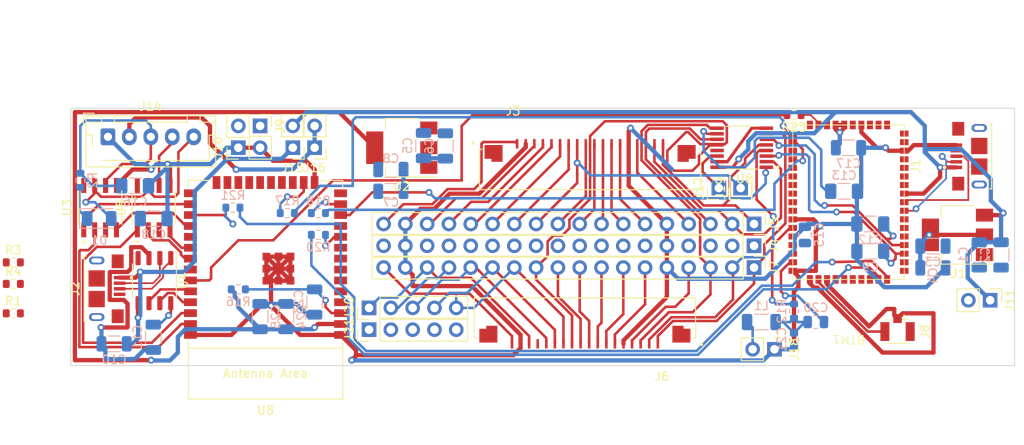
<source format=kicad_pcb>
(kicad_pcb (version 20221018) (generator pcbnew)
  (layers (0 "F.Cu" signal) (31 "B.Cu" signal) (34 "B.Paste" user) (35 "F.Paste" user) (36 "B.SilkS" user "B.Silkscreen") (37 "F.SilkS" user "F.Silkscreen") (38 "B.Mask" user) (39 "F.Mask" user) (44 "Edge.Cuts" user))
  (net 0 "")
  (net 3 "/BT_I2S_DATA")
  (net 4 "/BT_I2S_LRCK")
  (net 5 "/BT_I2S_BCK")
  (net 8 "/BTM_USB_DN")
  (net 9 "/BTM_USB_DP")
  (net 10 "BTM_USB_VBUS")
  (net 11 "Net-(BTM1-VCHG_SENSE)")
  (net 13 "/BTM_ON{slash}OFF")
  (net 14 "BTM_3V3")
  (net 15 "GND")
  (net 22 "/BTM_VOL+")
  (net 23 "/BTM_VOL-")
  (net 25 "/BTM_GPIO_R2")
  (net 26 "/BTM_GPIO_R1")
  (net 28 "/BTM_PLAY")
  (net 35 "/MIC_BIAS")
  (net 38 "Net-(BTM1-MIC1_N)")
  (net 39 "/MIC1_P")
  (net 40 "Net-(BTM1-RF_PORT)")
  (net 46 "/BTM_NEXT")
  (net 47 "/BTM_PREVIOUS")
  (net 48 "VBUS")
  (net 49 "VCC_3V3")
  (net 50 "/ESP_RST")
  (net 51 "Net-(C20-Pad2)")
  (net 53 "Net-(D1-K)")
  (net 54 "Net-(D1-A)")
  (net 55 "/CD_I2S_LRCK")
  (net 56 "/CD_I2S_DATA")
  (net 57 "/CD_I2S_BCK")
  (net 58 "/CD_MUTE")
  (net 59 "/CD_D0")
  (net 60 "/CD_C5V")
  (net 61 "/CD_D5V")
  (net 62 "/CD_DD-CONT")
  (net 63 "/CD_RESET")
  (net 64 "/CD_ACC-ON")
  (net 65 "/CD_D-MTS")
  (net 66 "/CD_CLK")
  (net 67 "/CD_D-STM")
  (net 68 "/CD_MTS")
  (net 69 "/CD_STM")
  (net 70 "/CD-8V")
  (net 71 "/MB_I2S_LRCK")
  (net 72 "/MB_I2S_DATA")
  (net 73 "/MB_I2S_BCK")
  (net 74 "/MB_MUTE")
  (net 75 "/MB_D0")
  (net 76 "/MB_C5V")
  (net 77 "/MB_D5V")
  (net 78 "/MB_DD-CONT")
  (net 79 "/MB_RESET")
  (net 80 "/MB_ACC-ON")
  (net 81 "/MB_D-MTS")
  (net 82 "/MB_CLK")
  (net 83 "/MB_D-STM")
  (net 84 "/MB_MTS")
  (net 85 "/MB_STM")
  (net 86 "/MB-8V")
  (net 87 "/GPIO0")
  (net 88 "/EXT_5V")
  (net 89 "/LIN1")
  (net 90 "/LIN2")
  (net 91 "Net-(J17-Pin_1)")
  (net 92 "Net-(J18-Pin_2)")
  (net 93 "Net-(U4-V3)")
  (net 94 "/LIN2_SLP")
  (net 95 "/LIN1_SLP")
  (net 96 "/LIN2_RXD")
  (net 97 "/LIN2_TXD")
  (net 98 "/MUX_CONT")
  (net 99 "/LIN1_TXD")
  (net 100 "/LIN1_RXD")
  (net 101 "/U0RXD")
  (net 102 "/U0TXD")
  (net 105 "/USB_DN")
  (net 106 "/USB_DP")
  (net 114 "Net-(U8-EN{slash}CHIP_PU)")
  (net 115 "Net-(J21-Pin_1)")
  (net 116 "Net-(J21-Pin_2)")
  (net 117 "Net-(J21-Pin_3)")
  (net 118 "Net-(J21-Pin_4)")
  (net 119 "Net-(J21-Pin_5)")
  (net 120 "Net-(U8-MTCK{slash}GPIO13{slash}ADC2_CH4)")
  (net 121 "Net-(U8-DAC_1{slash}ADC2_CH8{slash}GPIO25)")
  (net 122 "Net-(U8-GPIO16)")
  (net 123 "Net-(U8-DAC_2{slash}ADC2_CH9{slash}GPIO26)")
  (net 124 "Net-(U8-GPIO21)")
  (net 125 "Net-(U8-32K_XP{slash}GPIO32{slash}ADC1_CH4)")
  (net 130 "Net-(U8-32K_XN{slash}GPIO33{slash}ADC1_CH5)")
  (footprint "Connector_PinHeader_2.54mm:PinHeader_1x02_P2.54mm_Vertical" (layer "F.Cu") (at 78.74 127 180)
    (fp_text reference "J15")
    (fp_text value "Conn_01x02_Pin")
  )
  (footprint "Connector_PinHeader_2.54mm:PinHeader_1x18_P2.54mm_Vertical" (layer "F.Cu") (at 132.5 135.89 -90)
    (fp_text reference "J5")
    (fp_text value "Conn_01x18_Pin")
  )
  (footprint "BTM331:BTM331" (layer "F.Cu") (at 143.51 133.35 180)
    (fp_text reference "BTM1")
    (fp_text value "~")
  )
  (footprint "Resistor_SMD:R_0603_1608Metric" (layer "F.Cu") (at 46.165 140.365)
    (fp_text reference "R3")
    (fp_text value "500")
  )
  (footprint "Connector_PinHeader_2.54mm:PinHeader_1x01_P2.54mm_Vertical" (layer "F.Cu") (at 130.937 131.699 90)
    (fp_text reference "J19")
    (fp_text value "Conn_01x01_Pin")
  )
  (footprint "Package_TO_SOT_SMD:SOT-223-3_TabPin2" (layer "F.Cu") (at 91.44 127 180)
    (fp_text reference "U2")
    (fp_text value "SGM2212-3.3")
  )
  (footprint "footprints3rd:AMPHENOL_10118193-0001LF" (layer "F.Cu") (at 55.88 143.44 -90)
    (fp_text reference "J2")
    (fp_text value "10118193-0001LF")
  )
  (footprint "Package_SO:SOP-8_3.9x4.9mm_P1.27mm" (layer "F.Cu") (at 62.611 142.494 -90)
    (fp_text reference "U4")
    (fp_text value "CH340N")
  )
  (footprint "footprints3rd:SOIC127P600X175-8N" (layer "F.Cu") (at 56.2825 133.985 90)
    (fp_text reference "U3")
    (fp_text value "TJA1027T_20_118")
  )
  (footprint "Connector_PinHeader_2.54mm:PinHeader_1x01_P2.54mm_Vertical" (layer "F.Cu") (at 128.397 131.699 90)
    (fp_text reference "J17")
    (fp_text value "Conn_01x01_Pin")
  )
  (footprint "Resistor_SMD:R_0603_1608Metric" (layer "F.Cu") (at 46.165 146.304)
    (fp_text reference "R1")
    (fp_text value "500")
  )
  (footprint "Connector_PinHeader_2.54mm:PinHeader_1x05_P2.54mm_Vertical" (layer "F.Cu") (at 87.63 145.669 90)
    (fp_text reference "J20")
    (fp_text value "Conn_01x05_Pin")
  )
  (footprint "Package_TO_SOT_SMD:SOT-223-3_TabPin2" (layer "F.Cu") (at 156.21 137.16 180)
    (fp_text reference "U1")
    (fp_text value "SGM2212-3.3")
  )
  (footprint "Connector_PinHeader_2.54mm:PinHeader_1x18_P2.54mm_Vertical" (layer "F.Cu") (at 132.5 138.43 -90)
    (fp_text reference "J4")
    (fp_text value "Conn_01x18_Pin")
  )
  (footprint "footprints3rd:AMPHENOL_10118193-0001LF" (layer "F.Cu") (at 158.75 127.995 90)
    (fp_text reference "J1")
    (fp_text value "10118193-0001LF")
  )
  (footprint "footprints3rd:SOP65P640X120-16N" (layer "F.Cu") (at 131.064 127 180)
    (fp_text reference "U6")
    (fp_text value "SN74AHCT157PWR")
  )
  (footprint "Connector_PinHeader_2.54mm:PinHeader_1x18_P2.54mm_Vertical" (layer "F.Cu") (at 132.5 140.97 -90)
    (fp_text reference "J7")
    (fp_text value "Conn_01x18_Pin")
  )
  (footprint "footprints3rd:AMPHENOL_F52R-1A7H1-11018" (layer "F.Cu") (at 112.785 146.86 180)
    (fp_text reference "J6")
    (fp_text value "F52R-1A7H1-11018")
  )
  (footprint "Connector_PinHeader_2.54mm:PinHeader_1x02_P2.54mm_Vertical" (layer "F.Cu") (at 72.39 127 90)
    (fp_text reference "J10")
    (fp_text value "Conn_01x02_Pin")
  )
  (footprint "Connector_Coaxial:U.FL_Hirose_U.FL-R-SMT-1_Vertical" (layer "F.Cu") (at 149.225 147.955 -90)
    (fp_text reference "J8")
    (fp_text value "U_FL-R-SMT_10_")
  )
  (footprint "Resistor_SMD:R_0603_1608Metric" (layer "F.Cu") (at 137.16 123.19 180)
    (fp_text reference "R23")
    (fp_text value "500")
  )
  (footprint "Connector_PinHeader_2.54mm:PinHeader_1x05_P2.54mm_Vertical" (layer "F.Cu") (at 87.63 148.209 90)
    (fp_text reference "J21")
    (fp_text value "Conn_01x05_Pin")
  )
  (footprint "PCM_Espressif:ESP32-WROOM-32E" (layer "F.Cu") (at 75.56 141.81 180)
    (fp_text reference "U8")
    (fp_text value "ESP32-WROOM-E")
  )
  (footprint "Connector_PinHeader_2.54mm:PinHeader_1x02_P2.54mm_Vertical" (layer "F.Cu") (at 134.879 150.495 -90)
    (fp_text reference "J18")
    (fp_text value "Conn_01x02_Pin")
  )
  (footprint "footprints3rd:SOIC127P600X175-8N" (layer "F.Cu") (at 62.5225 133.985 90)
    (fp_text reference "U5")
    (fp_text value "TJA1027T_20_118")
  )
  (footprint "Connector_JST:JST_XH_B5B-XH-AM_1x05_P2.50mm_Vertical" (layer "F.Cu") (at 57.19 125.73)
    (fp_text reference "J14")
    (fp_text value "Conn_01x05_Pin")
  )
  (footprint "Connector_PinHeader_2.54mm:PinHeader_1x02_P2.54mm_Vertical" (layer "F.Cu") (at 74.93 124.46 -90)
    (fp_text reference "J9")
    (fp_text value "Conn_01x02_Pin")
  )
  (footprint "footprints3rd:AMPHENOL_F52R-1A7H1-11018" (layer "F.Cu") (at 113.39 129.54)
    (fp_text reference "J3")
    (fp_text value "F52R-1A7H1-11018")
  )
  (footprint "Resistor_SMD:R_0603_1608Metric" (layer "F.Cu") (at 46.165 142.875)
    (fp_text reference "R4")
    (fp_text value "500")
  )
  (footprint "Connector_PinHeader_2.54mm:PinHeader_1x02_P2.54mm_Vertical" (layer "F.Cu") (at 81.28 127 180)
    (fp_text reference "J16")
    (fp_text value "Conn_01x02_Pin")
  )
  (footprint "Connector_PinHeader_2.54mm:PinHeader_1x02_P2.54mm_Vertical" (layer "F.Cu") (at 160.02 144.78 -90)
    (fp_text reference "J11")
    (fp_text value "Conn_01x02_Pin")
  )
  (footprint "Resistor_SMD:R_0603_1608Metric" (layer "B.Cu") (at 81.725 137.16)
    (fp_text reference "R20")
    (fp_text value "500")
  )
  (footprint "Capacitor_SMD:C_1206_3216Metric" (layer "B.Cu") (at 57.912 149.86)
    (fp_text reference "C10")
    (fp_text value "0.1uF/25V(20%)")
  )
  (footprint "Capacitor_SMD:C_1206_3216Metric_Pad1.33x1.80mm_HandSolder" (layer "B.Cu") (at 146.05 139.065)
    (fp_text reference "C9")
    (fp_text value "(NC)")
  )
  (footprint "Capacitor_SMD:C_1206_3216Metric" (layer "B.Cu") (at 161.29 139.495 -90)
    (fp_text reference "C2")
    (fp_text value "0.1uF/50V(10%)")
  )
  (footprint "Inductor_SMD:L_1206_3216Metric_Pad1.22x1.90mm_HandSolder" (layer "B.Cu") (at 133.35 147.32 180)
    (fp_text reference "L1")
    (fp_text value "15NH")
  )
  (footprint "Capacitor_SMD:C_1206_3216Metric_Pad1.33x1.80mm_HandSolder" (layer "B.Cu") (at 146.05 135.89)
    (fp_text reference "C12")
    (fp_text value "(NC)")
  )
  (footprint "Capacitor_SMD:C_0805_2012Metric" (layer "B.Cu") (at 139.7 147.32 180)
    (fp_text reference "C20")
    (fp_text value "2.2uF")
  )
  (footprint "Capacitor_SMD:C_1206_3216Metric_Pad1.33x1.80mm_HandSolder" (layer "B.Cu") (at 60.3625 131.445)
    (fp_text reference "C16")
    (fp_text value "C")
  )
  (footprint "Capacitor_SMD:C_1206_3216Metric_Pad1.33x1.80mm_HandSolder" (layer "B.Cu") (at 143.002 132.08 180)
    (fp_text reference "C13")
    (fp_text value "(NC)")
  )
  (footprint "Capacitor_SMD:C_1206_3216Metric" (layer "B.Cu") (at 158.75 139.495 -90)
    (fp_text reference "C1")
    (fp_text value "10uF/25V(20%)")
  )
  (footprint "Capacitor_SMD:C_1206_3216Metric" (layer "B.Cu") (at 90.17 129.54)
    (fp_text reference "C8")
    (fp_text value "0.1uF/50V(10%)")
  )
  (footprint "Capacitor_SMD:C_1206_3216Metric_Pad1.33x1.80mm_HandSolder" (layer "B.Cu") (at 62.5225 135.255)
    (fp_text reference "C18")
    (fp_text value "C")
  )
  (footprint "Resistor_SMD:R_0603_1608Metric" (layer "B.Cu") (at 53.975 130.81 90)
    (fp_text reference "R2")
    (fp_text value "1K")
  )
  (footprint "Resistor_SMD:R_0603_1608Metric" (layer "B.Cu") (at 137.16 146.05 -90)
    (fp_text reference "R12")
    (fp_text value "2.2K")
  )
  (footprint "Resistor_SMD:R_0603_1608Metric" (layer "B.Cu") (at 78.105 134.62 180)
    (fp_text reference "R17")
    (fp_text value "500")
  )
  (footprint "Capacitor_SMD:C_1206_3216Metric" (layer "B.Cu") (at 93.98 126.755 -90)
    (fp_text reference "C5")
    (fp_text value "10uF/25V(20%)")
  )
  (footprint "Capacitor_SMD:C_1206_3216Metric" (layer "B.Cu") (at 96.52 126.795 -90)
    (fp_text reference "C6")
    (fp_text value "0.1uF/50V(10%)")
  )
  (footprint "Capacitor_SMD:C_1206_3216Metric" (layer "B.Cu") (at 90.17 132.08)
    (fp_text reference "C7")
    (fp_text value "10uF/25V(20%)")
  )
  (footprint "Capacitor_SMD:C_1206_3216Metric" (layer "B.Cu") (at 62.484 149.098 -90)
    (fp_text reference "C11")
    (fp_text value "0.1uF/25V(20%)")
  )
  (footprint "Capacitor_SMD:C_1206_3216Metric" (layer "B.Cu") (at 77.93 146.685 90)
    (fp_text reference "C24")
    (fp_text value "10uF/25V(20%)")
  )
  (footprint "Resistor_SMD:R_0603_1608Metric" (layer "B.Cu") (at 72.39 143.51)
    (fp_text reference "R16")
    (fp_text value "10K(1%)")
  )
  (footprint "Capacitor_SMD:C_0603_1608Metric" (layer "B.Cu") (at 137.16 149.365 -90)
    (fp_text reference "C21")
    (fp_text value "15pF")
  )
  (footprint "Capacitor_SMD:C_1206_3216Metric" (layer "B.Cu") (at 81.28 144.985 -90)
    (fp_text reference "C23")
    (fp_text value "1uF/16V(10%)")
  )
  (footprint "Capacitor_SMD:C_0805_2012Metric" (layer "B.Cu") (at 138.43 137.16 90)
    (fp_text reference "C15")
    (fp_text value "2.2uF")
  )
  (footprint "Capacitor_SMD:C_1206_3216Metric" (layer "B.Cu") (at 74.93 146.685 90)
    (fp_text reference "C25")
    (fp_text value "0.1uF/50V(10%)")
  )
  (footprint "Resistor_SMD:R_0603_1608Metric" (layer "B.Cu") (at 71.755 133.985 180)
    (fp_text reference "R21")
    (fp_text value "500")
  )
  (footprint "Capacitor_SMD:C_1206_3216Metric" (layer "B.Cu") (at 143.51 127)
    (fp_text reference "C17")
    (fp_text value "22UF")
  )
  (footprint "Capacitor_SMD:C_1206_3216Metric" (layer "B.Cu") (at 153.35 141.01)
    (fp_text reference "C4")
    (fp_text value "0.1uF/50V(10%)")
  )
  (footprint "Resistor_SMD:R_0603_1608Metric" (layer "B.Cu") (at 81.725 134.62 180)
    (fp_text reference "R18")
    (fp_text value "500")
  )
  (footprint "Capacitor_SMD:C_1206_3216Metric" (layer "B.Cu") (at 153.35 138.47)
    (fp_text reference "C3")
    (fp_text value "10uF/25V(20%)")
  )
  (footprint "Diode_SMD:D_1206_3216Metric" (layer "B.Cu") (at 56.1725 135.255)
    (fp_text reference "D1")
    (fp_text value "D")
  )
  (gr_line (start 133.8072 124.714) (end 132.2832 124.714) (stroke (width 0.35)) (layer "F.Cu"))
  (gr_line (start 128.27 129.286) (end 130.048 129.286) (stroke (width 0.35)) (layer "F.Cu"))
  (gr_line (start 130.048 129.286) (end 130.7084 128.3208) (stroke (width 0.35)) (layer "F.Cu"))
  (gr_line (start 129.3876 128.6256) (end 128.2192 128.6256) (stroke (width 0.35)) (layer "F.Cu"))
  (gr_rect (start 52.87 122.4) (end 162.87 152.4) (stroke (width 0.1)) (fill none) (layer "Edge.Cuts"))
  (segment (start 142.113 134.493) (end 144.145 134.493) (width 0.3) (layer "F.Cu") (net 3))
  (segment (start 135.382 127.889) (end 135.382 127.762) (width 0.3) (layer "F.Cu") (net 3))
  (segment (start 135.255 127.889) (end 135.382 127.889) (width 0.3) (layer "F.Cu") (net 3))
  (segment (start 135.169 127.975) (end 135.255 127.889) (width 0.3) (layer "F.Cu") (net 3))
  (segment (start 135.382 127.762) (end 135.255 127.889) (width 0.3) (layer "F.Cu") (net 3))
  (segment (start 148.463 140.462) (end 149.002 139.923) (width 0.3) (layer "F.Cu") (net 3))
  (segment (start 149.002 139.35) (end 150.01 139.35) (width 0.3) (layer "F.Cu") (net 3))
  (segment (start 144.145 134.493) (end 149.002 139.35) (width 0.3) (layer "F.Cu") (net 3))
  (segment (start 149.002 139.923) (end 149.002 139.35) (width 0.3) (layer "F.Cu") (net 3))
  (segment (start 133.934 127.975) (end 135.169 127.975) (width 0.3) (layer "F.Cu") (net 3))
  (via (at 148.463 140.462) (size 0.8) (drill 0.4) (layers "F.Cu" "B.Cu") (net 3))
  (via (at 135.382 127.889) (size 0.8) (drill 0.4) (layers "F.Cu" "B.Cu") (net 3))
  (via (at 142.113 134.493) (size 0.8) (drill 0.4) (layers "F.Cu" "B.Cu") (net 3))
  (segment (start 147.6125 139.065) (end 147.6125 139.6115) (width 0.3) (layer "B.Cu") (net 3))
  (segment (start 138.569 127.774) (end 138.926 128.131) (width 0.3) (layer "B.Cu") (net 3))
  (segment (start 147.6125 139.6115) (end 148.463 140.462) (width 0.3) (layer "B.Cu") (net 3))
  (segment (start 138.926 134.227) (end 139.192 134.493) (width 0.3) (layer "B.Cu") (net 3))
  (segment (start 139.192 134.493) (end 142.113 134.493) (width 0.3) (layer "B.Cu") (net 3))
  (segment (start 135.497 127.774) (end 138.569 127.774) (width 0.3) (layer "B.Cu") (net 3))
  (segment (start 138.926 128.131) (end 138.926 134.227) (width 0.3) (layer "B.Cu") (net 3))
  (segment (start 135.382 127.889) (end 135.497 127.774) (width 0.3) (layer "B.Cu") (net 3))
  (segment (start 135.3945 126.662534) (end 135.3945 126.746) (width 0.3) (layer "F.Cu") (net 4))
  (segment (start 148.717 137.287) (end 148.383935 137.620065) (width 0.3) (layer "F.Cu") (net 4))
  (segment (start 140.716 133.731) (end 143.98687 133.731) (width 0.3) (layer "F.Cu") (net 4))
  (segment (start 148.60587 138.35) (end 150.01 138.35) (width 0.3) (layer "F.Cu") (net 4))
  (segment (start 133.934 126.025) (end 134.756966 126.025) (width 0.3) (layer "F.Cu") (net 4))
  (segment (start 147.875935 137.620065) (end 148.60587 138.35) (width 0.3) (layer "F.Cu") (net 4))
  (segment (start 143.98687 133.731) (end 147.875935 137.620065) (width 0.3) (layer "F.Cu") (net 4))
  (segment (start 148.383935 137.620065) (end 147.875935 137.620065) (width 0.3) (layer "F.Cu") (net 4))
  (segment (start 134.756966 126.025) (end 135.3945 126.662534) (width 0.3) (layer "F.Cu") (net 4))
  (via (at 148.717 137.287) (size 0.8) (drill 0.4) (layers "F.Cu" "B.Cu") (net 4))
  (via (at 135.3945 126.746) (size 0.8) (drill 0.4) (layers "F.Cu" "B.Cu") (net 4))
  (via (at 140.716 133.731) (size 0.8) (drill 0.4) (layers "F.Cu" "B.Cu") (net 4))
  (segment (start 140.716 133.731) (end 140.589 133.731) (width 0.3) (layer "B.Cu") (net 4))
  (segment (start 138.557 126.746) (end 139.573 127.762) (width 0.3) (layer "B.Cu") (net 4))
  (segment (start 147.6125 135.89) (end 147.6125 136.1825) (width 0.3) (layer "B.Cu") (net 4))
  (segment (start 139.573 127.762) (end 139.573 133.096) (width 0.3) (layer "B.Cu") (net 4))
  (segment (start 140.081 133.604) (end 140.208 133.731) (width 0.3) (layer "B.Cu") (net 4))
  (segment (start 140.208 133.731) (end 140.716 133.731) (width 0.3) (layer "B.Cu") (net 4))
  (segment (start 135.3945 126.746) (end 138.557 126.746) (width 0.3) (layer "B.Cu") (net 4))
  (segment (start 147.6125 136.1825) (end 148.717 137.287) (width 0.3) (layer "B.Cu") (net 4))
  (segment (start 139.573 133.096) (end 140.081 133.604) (width 0.3) (layer "B.Cu") (net 4))
  (segment (start 127.026 125.375) (end 126.619 125.095) (width 0.3) (layer "F.Cu") (net 5))
  (segment (start 128.194 125.375) (end 127.026 125.375) (width 0.3) (layer "F.Cu") (net 5))
  (segment (start 126.619 125.095) (end 126.873 125.222) (width 0.3) (layer "F.Cu") (net 5))
  (via (at 126.619 125.095) (size 0.8) (drill 0.4) (layers "F.Cu" "B.Cu") (net 5))
  (segment (start 131.445 129.286) (end 132.588 128.143) (width 0.3) (layer "B.Cu") (net 5))
  (segment (start 132.588 128.143) (end 132.588 126.22129) (width 0.3) (layer "B.Cu") (net 5))
  (segment (start 140.335 131.445) (end 140.97 132.08) (width 0.3) (layer "B.Cu") (net 5))
  (segment (start 140.97 132.08) (end 141.4395 132.08) (width 0.3) (layer "B.Cu") (net 5))
  (segment (start 140.335 127.254) (end 140.335 131.445) (width 0.3) (layer "B.Cu") (net 5))
  (segment (start 128.524 129.286) (end 131.445 129.286) (width 0.3) (layer "B.Cu") (net 5))
  (segment (start 132.588 126.22129) (end 132.97229 125.837) (width 0.3) (layer "B.Cu") (net 5))
  (segment (start 138.918 125.837) (end 140.335 127.254) (width 0.3) (layer "B.Cu") (net 5))
  (segment (start 132.97229 125.837) (end 138.918 125.837) (width 0.3) (layer "B.Cu") (net 5))
  (segment (start 126.619 127.381) (end 128.524 129.286) (width 0.3) (layer "B.Cu") (net 5))
  (segment (start 126.619 125.095) (end 126.619 127.381) (width 0.3) (layer "B.Cu") (net 5))
  (segment (start 156.075 128.645) (end 155.061 128.645) (width 0.2) (layer "F.Cu") (net 8))
  (segment (start 150.01 134.35) (end 151.146 134.35) (width 0.2) (layer "F.Cu") (net 8))
  (segment (start 151.146 134.35) (end 151.384 134.112) (width 0.2) (layer "F.Cu") (net 8))
  (segment (start 155.061 128.645) (end 154.432 128.016) (width 0.2) (layer "F.Cu") (net 8))
  (via (at 154.432 128.016) (size 0.8) (drill 0.4) (layers "F.Cu" "B.Cu") (net 8))
  (via (at 151.384 134.112) (size 0.8) (drill 0.4) (layers "F.Cu" "B.Cu") (net 8))
  (via (at 154.432 128.016) (size 0.8) (drill 0.4) (layers "F.Cu" "B.Cu") (net 8))
  (segment (start 154.887 130.609) (end 151.384 134.112) (width 0.2) (layer "B.Cu") (net 8))
  (segment (start 154.887 128.471) (end 154.887 130.609) (width 0.2) (layer "B.Cu") (net 8))
  (segment (start 154.432 128.016) (end 154.887 128.471) (width 0.2) (layer "B.Cu") (net 8))
  (segment (start 157.48 133.096) (end 150.264 133.096) (width 0.2) (layer "F.Cu") (net 9))
  (segment (start 150.264 133.096) (end 150.01 133.35) (width 0.2) (layer "F.Cu") (net 9))
  (segment (start 156.075 127.995) (end 156.9 127.995) (width 0.2) (layer "F.Cu") (net 9))
  (segment (start 156.9 127.995) (end 157.48 128.575) (width 0.2) (layer "F.Cu") (net 9))
  (segment (start 157.48 128.575) (end 157.48 133.096) (width 0.2) (layer "F.Cu") (net 9))
  (segment (start 152.257 132.35) (end 150.01 132.35) (width 0.5) (layer "F.Cu") (net 10))
  (segment (start 154.187 130.42) (end 152.257 132.35) (width 0.5) (layer "F.Cu") (net 10))
  (segment (start 161.304 134.86) (end 161.544 134.62) (width 0.5) (layer "F.Cu") (net 10))
  (segment (start 128.27 129.286) (end 130.048 129.286) (width 0.35) (layer "F.Cu") (net 10))
  (segment (start 154.187 129.295) (end 154.187 130.42) (width 0.5) (layer "F.Cu") (net 10))
  (segment (start 130.048 129.286) (end 130.7084 128.3208) (width 0.35) (layer "F.Cu") (net 10))
  (segment (start 159.36 134.86) (end 161.304 134.86) (width 0.5) (layer "F.Cu") (net 10))
  (segment (start 154.187 129.295) (end 156.075 129.295) (width 0.5) (layer "F.Cu") (net 10))
  (via (at 161.544 134.62) (size 0.8) (drill 0.4) (layers "F.Cu" "B.Cu") (net 10))
  (via (at 130.7084 128.3208) (size 0.8) (drill 0.4) (layers "F.Cu" "B.Cu") (net 10))
  (via (at 154.187 129.295) (size 0.8) (drill 0.4) (layers "F.Cu" "B.Cu") (net 10))
  (segment (start 131.826 127.2032) (end 130.7084 128.3208) (width 0.5) (layer "B.Cu") (net 10))
  (segment (start 154.187 129.295) (end 152.4 127.508) (width 0.5) (layer "B.Cu") (net 10))
  (segment (start 141.986 122.85) (end 139.526 125.31) (width 0.5) (layer "B.Cu") (net 10))
  (segment (start 152.742 127.166) (end 152.4 127.508) (width 0.5) (layer "B.Cu") (net 10))
  (segment (start 156.63 127.166) (end 152.742 127.166) (width 0.5) (layer "B.Cu") (net 10))
  (segment (start 161.29 134.874) (end 161.544 134.62) (width 0.5) (layer "B.Cu") (net 10))
  (segment (start 160.1 133.176) (end 160.1 130.636) (width 0.5) (layer "B.Cu") (net 10))
  (segment (start 131.826 126.238) (end 131.826 127.2032) (width 0.5) (layer "B.Cu") (net 10))
  (segment (start 152.4 124.46) (end 150.79 122.85) (width 0.5) (layer "B.Cu") (net 10))
  (segment (start 158.75 138.02) (end 161.29 138.02) (width 0.5) (layer "B.Cu") (net 10))
  (segment (start 157.4 139.37) (end 158.75 138.02) (width 0.5) (layer "B.Cu") (net 10))
  (segment (start 157.4 142.16) (end 157.4 139.37) (width 0.5) (layer "B.Cu") (net 10))
  (segment (start 141.986 122.85) (end 80.35 122.85) (width 0.5) (layer "B.Cu") (net 10))
  (segment (start 160.1 130.636) (end 156.63 127.166) (width 0.5) (layer "B.Cu") (net 10))
  (segment (start 80.35 122.85) (end 78.74 124.46) (width 0.5) (layer "B.Cu") (net 10))
  (segment (start 160.02 144.78) (end 157.4 142.16) (width 0.5) (layer "B.Cu") (net 10))
  (segment (start 161.544 134.62) (end 160.1 133.176) (width 0.5) (layer "B.Cu") (net 10))
  (segment (start 152.4 127.508) (end 152.4 124.46) (width 0.5) (layer "B.Cu") (net 10))
  (segment (start 150.79 122.85) (end 141.986 122.85) (width 0.5) (layer "B.Cu") (net 10))
  (segment (start 132.754 125.31) (end 131.826 126.238) (width 0.5) (layer "B.Cu") (net 10))
  (segment (start 161.29 138.02) (end 161.29 134.874) (width 0.5) (layer "B.Cu") (net 10))
  (segment (start 139.526 125.31) (end 132.754 125.31) (width 0.5) (layer "B.Cu") (net 10))
  (segment (start 150.01 131.35) (end 149.685528 131.35) (width 0.3) (layer "F.Cu") (net 11))
  (segment (start 142.494 125.222) (end 142.494 125.349) (width 0.5) (layer "F.Cu") (net 14))
  (segment (start 142.367 125.222) (end 142.494 125.222) (width 0.5) (layer "F.Cu") (net 14))
  (segment (start 142.01 124.865) (end 142.367 125.222) (width 0.5) (layer "F.Cu") (net 14))
  (segment (start 143.01 124.706) (end 142.494 125.222) (width 0.5) (layer "F.Cu") (net 14))
  (segment (start 142.01 124.35) (end 142.01 124.865) (width 0.5) (layer "F.Cu") (net 14))
  (segment (start 153.06 137.16) (end 152.908 137.16) (width 0.5) (layer "F.Cu") (net 14))
  (segment (start 142.01 124.35) (end 143.01 124.35) (width 0.5) (layer "F.Cu") (net 14))
  (segment (start 143.01 124.35) (end 143.01 124.706) (width 0.5) (layer "F.Cu") (net 14))
  (segment (start 142.494 125.349) (end 142.367 125.222) (width 0.5) (layer "F.Cu") (net 14))
  (segment (start 159.36 137.16) (end 153.06 137.16) (width 0.5) (layer "F.Cu") (net 14))
  (via (at 142.494 125.222) (size 0.8) (drill 0.4) (layers "F.Cu" "B.Cu") (net 14))
  (via (at 152.908 137.16) (size 0.8) (drill 0.4) (layers "F.Cu" "B.Cu") (net 14))
  (segment (start 142.494 126.541) (end 142.035 127) (width 0.5) (layer "B.Cu") (net 14))
  (segment (start 142.494 125.222) (end 142.494 126.541) (width 0.5) (layer "B.Cu") (net 14))
  (segment (start 151.875 138.193) (end 152.908 137.16) (width 0.5) (layer "B.Cu") (net 14))
  (segment (start 151.875 141.01) (end 151.875 138.47) (width 0.5) (layer "B.Cu") (net 14))
  (segment (start 151.875 138.47) (end 151.875 138.193) (width 0.5) (layer "B.Cu") (net 14))
  (segment (start 104.4532 151.1808) (end 105.285 150.349) (width 0.5) (layer "F.Cu") (net 15))
  (segment (start 74.93 127) (end 76.454 128.524) (width 0.5) (layer "F.Cu") (net 15))
  (segment (start 141.01 142.35) (end 141.01 142.929182) (width 0.5) (layer "F.Cu") (net 15))
  (segment (start 59.48 141.49) (end 57.43 141.49) (width 0.5) (layer "F.Cu") (net 15))
  (segment (start 57.404 144.714) (end 57.43 144.74) (width 0.5) (layer "F.Cu") (net 15))
  (segment (start 78.46 139.7) (end 78.46 142.5) (width 0.5) (layer "F.Cu") (net 15))
  (segment (start 71.592918 148.82) (end 74.997918 145.415) (width 0.5) (layer "F.Cu") (net 15))
  (segment (start 147.466238 150.876) (end 153.416 150.876) (width 0.5) (layer "F.Cu") (net 15))
  (segment (start 141.01 142.929182) (end 145.908818 147.828) (width 0.5) (layer "F.Cu") (net 15))
  (segment (start 139.414 135.35) (end 140.208 136.144) (width 0.5) (layer "F.Cu") (net 15))
  (segment (start 92.71 141.82) (end 91.86 140.97) (width 0.5) (layer "F.Cu") (net 15))
  (segment (start 59.907 138.594) (end 59.907 141.063) (width 0.5) (layer "F.Cu") (net 15))
  (segment (start 80.264 128.524) (end 81.28 129.54) (width 0.5) (layer "F.Cu") (net 15))
  (segment (start 59.03 144.74) (end 58.555 144.74) (width 0.5) (layer "F.Cu") (net 15))
  (segment (start 85.598 151.765) (end 86.112 151.251) (width 0.5) (layer "F.Cu") (net 15))
  (segment (start 148.844 146.524) (end 148.844 145.796) (width 0.5) (layer "F.Cu") (net 15))
  (segment (start 145.01 124.35) (end 145.01 125.198) (width 0.5) (layer "F.Cu") (net 15))
  (segment (start 77.06 139.7) (end 77.06 142.5) (width 0.5) (layer "F.Cu") (net 15))
  (segment (start 126.238 129.54) (end 125.603 130.175) (width 0) (layer "F.Cu") (net 15))
  (segment (start 59.48 147.89) (end 59.48 145.19) (width 0.5) (layer "F.Cu") (net 15))
  (segment (start 122.34 138.43) (end 122.34 140.97) (width 0.5) (layer "F.Cu") (net 15))
  (segment (start 59.48 145.19) (end 59.03 144.74) (width 0.5) (layer "F.Cu") (net 15))
  (segment (start 76.06 142.1) (end 76.2 142.24) (width 0.5) (layer "F.Cu") (net 15))
  (segment (start 93.638 134.112) (end 95.25 134.112) (width 0.5) (layer "F.Cu") (net 15))
  (segment (start 129.3876 128.6256) (end 128.2192 128.6256) (width 0.35) (layer "F.Cu") (net 15))
  (segment (start 81.28 129.54) (end 81.28 131.06) (width 0.5) (layer "F.Cu") (net 15))
  (segment (start 75.66 139.7) (end 75.66 142.5) (width 0.5) (layer "F.Cu") (net 15))
  (segment (start 95.25 134.112) (end 97.009 132.353) (width 0.5) (layer "F.Cu") (net 15))
  (segment (start 61.104528 138.594) (end 59.907 138.594) (width 0.5) (layer "F.Cu") (net 15))
  (segment (start 85.598 151.765) (end 86.1822 151.1808) (width 0.5) (layer "F.Cu") (net 15))
  (segment (start 75.66 139.7) (end 78.46 142.5) (width 0.5) (layer "F.Cu") (net 15))
  (segment (start 76.06 142.1) (end 78.46 139.7) (width 0.5) (layer "F.Cu") (net 15))
  (segment (start 150.01 127.35) (end 148.178 127.35) (width 0.5) (layer "F.Cu") (net 15))
  (segment (start 137.16 143.764) (end 137.16 150.495) (width 0.5) (layer "F.Cu") (net 15))
  (segment (start 79.605 148.82) (end 76.2 145.415) (width 0.5) (layer "F.Cu") (net 15))
  (segment (start 92.71 143.129) (end 92.71 141.82) (width 0.5) (layer "F.Cu") (net 15))
  (segment (start 57.43 144.74) (end 58.555 144.74) (width 0.5) (layer "F.Cu") (net 15))
  (segment (start 105.285 150.349) (end 105.285 149.86) (width 0.5) (layer "F.Cu") (net 15))
  (segment (start 137.01 141.35) (end 138.01 141.35) (width 0.5) (layer "F.Cu") (net 15))
  (segment (start 59.415 147.955) (end 59.48 147.89) (width 0.5) (layer "F.Cu") (net 15))
  (segment (start 75.66 142.5) (end 76.06 142.1) (width 0.5) (layer "F.Cu") (net 15))
  (segment (start 56.388 147.955) (end 59.415 147.955) (width 0.5) (layer "F.Cu") (net 15))
  (segment (start 139.7 136.652) (end 140.208 136.144) (width 0.5) (layer "F.Cu") (net 15))
  (segment (start 100.477 132.353) (end 105.89 126.94) (width 0.5) (layer "F.Cu") (net 15))
  (segment (start 117.285 149.46) (end 122.34 144.405) (width 0.5) (layer "F.Cu") (net 15))
  (segment (start 137.01 141.35) (end 139.7 141.35) (width 0.5) (layer "F.Cu") (net 15))
  (segment (start 137.01 141.35) (end 137.668 142.008) (width 0.5) (layer "F.Cu") (net 15))
  (segment (start 149.225 146.905) (end 148.844 146.524) (width 0.5) (layer "F.Cu") (net 15))
  (segment (start 118.237 124.714) (end 118.11 124.841) (width 0.5) (layer "F.Cu") (net 15))
  (segment (start 139.01 142.815894) (end 139.494106 143.3) (width 0.5) (layer "F.Cu") (net 15))
  (segment (start 153.416 146.304) (end 149.826 146.304) (width 0.5) (layer "F.Cu") (net 15))
  (segment (start 86.112 151.251) (end 86.112 150.622) (width 0.5) (layer "F.Cu") (net 15))
  (segment (start 57.43 141.49) (end 57.404 141.516) (width 0.5) (layer "F.Cu") (net 15))
  (segment (start 59.907 141.063) (end 59.48 141.49) (width 0.5) (layer "F.Cu") (net 15))
  (segment (start 57.404 141.516) (end 57.404 144.714) (width 0.5) (layer "F.Cu") (net 15))
  (segment (start 84.31 148.82) (end 79.605 148.82) (width 0.5) (layer "F.Cu") (net 15))
  (segment (start 122.34 135.89) (end 122.34 138.43) (width 0.5) (layer "F.Cu") (net 15))
  (segment (start 146.812 127) (end 147.828 127) (width 0.5) (layer "F.Cu") (net 15))
  (segment (start 117.89 131.44) (end 117.89 126.54) (width 0.5) (layer "F.Cu") (net 15))
  (segment (start 153.416 150.876) (end 153.416 146.304) (width 0.5) (layer "F.Cu") (net 15))
  (segment (start 75.66 141.1) (end 78.46 141.1) (width 0.5) (layer "F.Cu") (net 15))
  (segment (start 145.908818 147.828) (end 147.940818 145.796) (width 0.5) (layer "F.Cu") (net 15))
  (segment (start 139.890238 143.3) (end 147.466238 150.876) (width 0.5) (layer "F.Cu") (net 15))
  (segment (start 118.11 124.714) (end 118.237 124.714) (width 0.5) (layer "F.Cu") (net 15))
  (segment (start 148.178 127.35) (end 147.828 127) (width 0.5) (layer "F.Cu") (net 15))
  (segment (start 137.01 135.35) (end 139.414 135.35) (width 0.5) (layer "F.Cu") (net 15))
  (segment (start 132.2324 124.714) (end 129.3876 128.6256) (width 0.35) (layer "F.Cu") (net 15))
  (segment (start 75.66 139.7) (end 78.46 139.7) (width 0.5) (layer "F.Cu") (net 15))
  (segment (start 76.454 128.524) (end 80.264 128.524) (width 0.5) (layer "F.Cu") (net 15))
  (segment (start 64.4275 129.1975) (end 64.135 128.905) (width 0.5) (layer "F.Cu") (net 15))
  (segment (start 105.89 126.94) (end 105.89 126.54) (width 0.5) (layer "F.Cu") (net 15))
  (segment (start 75.66 142.5) (end 78.46 142.5) (width 0.5) (layer "F.Cu") (net 15))
  (segment (start 151.130894 126.695) (end 156.075 126.695) (width 0.5) (layer "F.Cu") (net 15))
  (segment (start 139.01 142.35) (end 139.01 142.815894) (width 0.5) (layer "F.Cu") (net 15))
  (segment (start 122.34 144.405) (end 122.34 140.97) (width 0.5) (layer "F.Cu") (net 15))
  (segment (start 60.0475 129.54) (end 62.23 129.54) (width 0.5) (layer "F.Cu") (net 15))
  (segment (start 139.7 141.35) (end 139.7 136.652) (width 0.5) (layer "F.Cu") (net 15))
  (segment (start 149.826 146.304) (end 149.225 146.905) (width 0.5) (layer "F.Cu") (net 15))
  (segment (start 118.11 124.841) (end 118.11 124.714) (width 0.5) (layer "F.Cu") (net 15))
  (segment (start 133.8072 124.714) (end 132.2832 124.714) (width 0.35) (layer "F.Cu") (net 15))
  (segment (start 122.34 135.89) (end 117.89 131.44) (width 0.5) (layer "F.Cu") (net 15))
  (segment (start 99.604 143.129) (end 92.71 143.129) (width 0.5) (layer "F.Cu") (net 15))
  (segment (start 91.86 135.89) (end 93.638 134.112) (width 0.5) (layer "F.Cu") (net 15))
  (segment (start 76.2 142.24) (end 76.2 145.415) (width 0.5) (layer "F.Cu") (net 15))
  (segment (start 126.238 129.159) (end 126.238 129.54) (width 0) (layer "F.Cu") (net 15))
  (segment (start 97.009 132.353) (end 100.477 132.353) (width 0.5) (layer "F.Cu") (net 15))
  (segment (start 61.976 139.465472) (end 61.104528 138.594) (width 0.5) (layer "F.Cu") (net 15))
  (segment (start 147.940818 145.796) (end 148.844 145.796) (width 0.5) (layer "F.Cu") (net 15))
  (segment (start 86.1822 151.1808) (end 104.4532 151.1808) (width 0.5) (layer "F.Cu") (net 15))
  (segment (start 117.89 126.54) (end 117.89 125.061) (width 0.5) (layer "F.Cu") (net 15))
  (segment (start 64.4275 131.4) (end 64.4275 129.1975) (width 0.5) (layer "F.Cu") (net 15))
  (segment (start 137.668 142.008) (end 137.668 143.256) (width 0.5) (layer "F.Cu") (net 15))
  (segment (start 117.89 125.061) (end 118.11 124.841) (width 0.5) (layer "F.Cu") (net 15))
  (segment (start 66.81 148.82) (end 71.592918 148.82) (width 0.5) (layer "F.Cu") (net 15))
  (segment (start 145.01 125.198) (end 146.812 127) (width 0.5) (layer "F.Cu") (net 15))
  (segment (start 58.1875 131.4) (end 60.0475 129.54) (width 0.5) (layer "F.Cu") (net 15))
  (segment (start 105.285 148.81) (end 99.604 143.129) (width 0.5) (layer "F.Cu") (net 15))
  (segment (start 150.475894 127.35) (end 150.01 127.35) (width 0.5) (layer "F.Cu") (net 15))
  (segment (start 117.285 149.86) (end 117.285 149.46) (width 0.5) (layer "F.Cu") (net 15))
  (segment (start 86.112 150.622) (end 84.31 148.82) (width 0.5) (layer "F.Cu") (net 15))
  (segment (start 105.285 149.86) (end 105.285 148.81) (width 0.5) (layer "F.Cu") (net 15))
  (segment (start 72.39 127) (end 74.93 127) (width 0.5) (layer "F.Cu") (net 15))
  (segment (start 74.997918 145.415) (end 76.2 145.415) (width 0.5) (layer "F.Cu") (net 15))
  (segment (start 139.494106 143.3) (end 139.890238 143.3) (width 0.5) (layer "F.Cu") (net 15))
  (segment (start 151.130894 126.695) (end 150.475894 127.35) (width 0.5) (layer "F.Cu") (net 15))
  (segment (start 137.668 143.256) (end 137.16 143.764) (width 0.5) (layer "F.Cu") (net 15))
  (segment (start 61.976 139.869) (end 61.976 139.465472) (width 0.5) (layer "F.Cu") (net 15))
  (via (at 147.828 127) (size 0.8) (drill 0.4) (layers "F.Cu" "B.Cu") (net 15))
  (via (at 76.2 145.415) (size 0.8) (drill 0.4) (layers "F.Cu" "B.Cu") (net 15))
  (via (at 64.135 128.905) (size 0.8) (drill 0.4) (layers "F.Cu" "B.Cu") (net 15))
  (via (at 140.208 136.144) (size 0.8) (drill 0.4) (layers "F.Cu" "B.Cu") (net 15))
  (via (at 118.11 124.714) (size 0.8) (drill 0.4) (layers "F.Cu" "B.Cu") (net 15))
  (via (at 85.598 151.765) (size 0.8) (drill 0.4) (layers "F.Cu" "B.Cu") (net 15))
  (via (at 62.23 129.54) (size 0.8) (drill 0.4) (layers "F.Cu" "B.Cu") (net 15))
  (via (at 56.388 147.955) (size 0.8) (drill 0.4) (layers "F.Cu" "B.Cu") (net 15))
  (segment (start 133.8 142.27) (end 137.2108 138.8592) (width 0.5) (layer "B.Cu") (net 15))
  (segment (start 81.28 146.46) (end 80.42 146.46) (width 0.5) (layer "B.Cu") (net 15))
  (segment (start 138.75 135.89) (end 138.43 136.21) (width 0.5) (layer "B.Cu") (net 15))
  (segment (start 122.34 140.97) (end 123.64 142.27) (width 0.5) (layer "B.Cu") (net 15))
  (segment (start 77.93 145.21) (end 76.405 145.21) (width 0.5) (layer "B.Cu") (net 15))
  (segment (start 123.64 142.27) (end 133.8 142.27) (width 0.5) (layer "B.Cu") (net 15))
  (segment (start 61.595 128.905) (end 62.23 129.54) (width 0.5) (layer "B.Cu") (net 15))
  (segment (start 91.86 138.43) (end 91.86 135.89) (width 0.5) (layer "B.Cu") (net 15))
  (segment (start 147.828 127) (end 144.985 127) (width 0.5) (layer "B.Cu") (net 15))
  (segment (start 64.135 128.905) (end 64.135 129.235) (width 0.5) (layer "B.Cu") (net 15))
  (segment (start 96.48 128.23) (end 96.52 128.27) (width 0.5) (layer "B.Cu") (net 15))
  (segment (start 133.579 151.795) (end 85.628 151.795) (width 0.5) (layer "B.Cu") (net 15))
  (segment (start 64.135 135.205) (end 64.085 135.255) (width 0.5) (layer "B.Cu") (net 15))
  (segment (start 56.896 150.319) (end 56.437 149.86) (width 0.5) (layer "B.Cu") (net 15))
  (segment (start 139.954 135.89) (end 138.75 135.89) (width 0.5) (layer "B.Cu") (net 15))
  (segment (start 118.11 124.714) (end 122.936 129.54) (width 0.5) (layer "B.Cu") (net 15))
  (segment (start 71.04 127) (end 69.135 128.905) (width 0.5) (layer "B.Cu") (net 15))
  (segment (start 134.879 150.495) (end 133.579 151.795) (width 0.5) (layer "B.Cu") (net 15))
  (segment (start 93.98 128.23) (end 96.48 128.23) (width 0.5) (layer "B.Cu") (net 15))
  (segment (start 144.985 127) (end 144.985 131.5825) (width 0.5) (layer "B.Cu") (net 15))
  (segment (start 137.2108 138.8592) (end 137.2108 137.4292) (width 0.5) (layer "B.Cu") (net 15))
  (segment (start 56.437 149.86) (end 56.437 148.004) (width 0.5) (layer "B.Cu") (net 15))
  (segment (start 144.4875 139.7) (end 144.4875 140.0425) (width 0.5) (layer "B.Cu") (net 15))
  (segment (start 140.462 135.89) (end 140.208 136.144) (width 0.5) (layer "B.Cu") (net 15))
  (segment (start 64.135 129.235) (end 61.925 131.445) (width 0.5) (layer "B.Cu") (net 15))
  (segment (start 76.2 145.415) (end 75.995 145.21) (width 0.5) (layer "B.Cu") (net 15))
  (segment (start 72.39 127) (end 71.04 127) (width 0.5) (layer "B.Cu") (net 15))
  (segment (start 144.985 131.5825) (end 144.4875 132.08) (width 0.5) (layer "B.Cu") (net 15))
  (segment (start 144.4875 132.08) (end 144.4875 135.89) (width 0.5) (layer "B.Cu") (net 15))
  (segment (start 134.879 150.495) (end 136.805 150.495) (width 0.5) (layer "B.Cu") (net 15))
  (segment (start 80.42 146.46) (end 79.17 145.21) (width 0.5) (layer "B.Cu") (net 15))
  (segment (start 140.208 136.144) (end 139.954 135.89) (width 0.5) (layer "B.Cu") (net 15))
  (segment (start 147.701 143.256) (end 152.579 143.256) (width 0.5) (layer "B.Cu") (net 15))
  (segment (start 76.405 145.21) (end 76.2 145.415) (width 0.5) (layer "B.Cu") (net 15))
  (segment (start 136.805 150.495) (end 137.16 150.14) (width 0.5) (layer "B.Cu") (net 15))
  (segment (start 56.437 148.004) (end 56.388 147.955) (width 0.5) (layer "B.Cu") (net 15))
  (segment (start 60.325 151.638) (end 56.896 151.638) (width 0.5) (layer "B.Cu") (net 15))
  (segment (start 56.896 151.638) (end 56.896 150.319) (width 0.5) (layer "B.Cu") (net 15))
  (segment (start 60.365 128.905) (end 61.595 128.905) (width 0.5) (layer "B.Cu") (net 15))
  (segment (start 144.4875 135.89) (end 144.4875 139.065) (width 0.5) (layer "B.Cu") (net 15))
  (segment (start 62.484 150.573) (end 61.39 150.573) (width 0.5) (layer "B.Cu") (net 15))
  (segment (start 152.579 143.256) (end 154.825 141.01) (width 0.5) (layer "B.Cu") (net 15))
  (segment (start 91.86 140.97) (end 91.86 138.43) (width 0.5) (layer "B.Cu") (net 15))
  (segment (start 75.995 145.21) (end 74.93 145.21) (width 0.5) (layer "B.Cu") (net 15))
  (segment (start 69.135 128.905) (end 64.135 128.905) (width 0.5) (layer "B.Cu") (net 15))
  (segment (start 144.4875 140.0425) (end 147.701 143.256) (width 0.5) (layer "B.Cu") (net 15))
  (segment (start 85.628 151.795) (end 85.598 151.765) (width 0.5) (layer "B.Cu") (net 15))
  (segment (start 144.4875 135.89) (end 140.462 135.89) (width 0.5) (layer "B.Cu") (net 15))
  (segment (start 62.23 129.54) (end 62.865 128.905) (width 0.5) (layer "B.Cu") (net 15))
  (segment (start 61.39 150.573) (end 60.325 151.638) (width 0.5) (layer "B.Cu") (net 15))
  (segment (start 79.17 145.21) (end 77.93 145.21) (width 0.5) (layer "B.Cu") (net 15))
  (segment (start 62.865 128.905) (end 64.135 128.905) (width 0.5) (layer "B.Cu") (net 15))
  (segment (start 91.645 132.08) (end 91.645 129.54) (width 0.5) (layer "B.Cu") (net 15))
  (segment (start 57.19 125.73) (end 60.365 128.905) (width 0.5) (layer "B.Cu") (net 15))
  (segment (start 64.135 128.905) (end 64.135 135.205) (width 0.5) (layer "B.Cu") (net 15))
  (segment (start 137.2108 137.4292) (end 138.43 136.21) (width 0.5) (layer "B.Cu") (net 15))
  (segment (start 141.01 124.35) (end 141.01 124.096238) (width 0.2) (layer "F.Cu") (net 22))
  (segment (start 137.985 123.19) (end 139.103762 123.19) (width 0.2) (layer "F.Cu") (net 23))
  (segment (start 140.01 124.35) (end 140.01 124.096238) (width 0.2) (layer "F.Cu") (net 23))
  (segment (start 140.01 124.096238) (end 139.103762 123.19) (width 0.2) (layer "F.Cu") (net 23))
  (segment (start 137.01 125.35) (end 136.78 125.35) (width 0.3) (layer "F.Cu") (net 25))
  (segment (start 136.78 125.35) (end 135.89 124.46) (width 0.3) (layer "F.Cu") (net 25))
  (via (at 135.89 124.46) (size 0.8) (drill 0.4) (layers "F.Cu" "B.Cu") (net 25))
  (segment (start 85.725 131.445) (end 85.725 123.825) (width 0.3) (layer "B.Cu") (net 25))
  (segment (start 135.89 123.825) (end 135.89 124.46) (width 0.3) (layer "B.Cu") (net 25))
  (segment (start 86.106 123.444) (end 135.509 123.444) (width 0.3) (layer "B.Cu") (net 25))
  (segment (start 85.725 123.825) (end 86.106 123.444) (width 0.3) (layer "B.Cu") (net 25))
  (segment (start 81.915 131.445) (end 85.725 131.445) (width 0.3) (layer "B.Cu") (net 25))
  (segment (start 78.74 134.62) (end 81.915 131.445) (width 0.3) (layer "B.Cu") (net 25))
  (segment (start 135.509 123.444) (end 135.89 123.825) (width 0.3) (layer "B.Cu") (net 25))
  (segment (start 138.176 127.191528) (end 137.334472 126.35) (width 0.3) (layer "F.Cu") (net 26))
  (segment (start 138.176 128.524) (end 138.176 127.191528) (width 0.3) (layer "F.Cu") (net 26))
  (segment (start 137.334472 126.35) (end 137.01 126.35) (width 0.3) (layer "F.Cu") (net 26))
  (via (at 138.176 128.524) (size 0.8) (drill 0.4) (layers "F.Cu" "B.Cu") (net 26))
  (segment (start 134.874 134.239) (end 82.931 134.239) (width 0.3) (layer "B.Cu") (net 26))
  (segment (start 82.931 134.239) (end 82.55 134.62) (width 0.3) (layer "B.Cu") (net 26))
  (segment (start 137.541 128.524) (end 134.874 131.191) (width 0.3) (layer "B.Cu") (net 26))
  (segment (start 134.874 131.191) (end 134.874 134.239) (width 0.3) (layer "B.Cu") (net 26))
  (segment (start 138.176 128.524) (end 137.541 128.524) (width 0.3) (layer "B.Cu") (net 26))
  (segment (start 137.01 128.35) (end 136.685528 128.35) (width 0.3) (layer "F.Cu") (net 28))
  (segment (start 136.685528 136.35) (end 134.62 138.415528) (width 0.3) (layer "F.Cu") (net 35))
  (segment (start 134.62 138.415528) (end 134.62 144.78) (width 0.3) (layer "F.Cu") (net 35))
  (segment (start 137.01 136.35) (end 136.685528 136.35) (width 0.3) (layer "F.Cu") (net 35))
  (via (at 134.62 144.78) (size 0.8) (drill 0.4) (layers "F.Cu" "B.Cu") (net 35))
  (segment (start 135.065 145.225) (end 134.62 144.78) (width 0.3) (layer "B.Cu") (net 35))
  (segment (start 137.16 145.225) (end 135.065 145.225) (width 0.3) (layer "B.Cu") (net 35))
  (segment (start 135.636 143.7515) (end 135.636 141.399528) (width 0.3) (layer "F.Cu") (net 39))
  (segment (start 136.144 144.2595) (end 135.636 143.7515) (width 0.3) (layer "F.Cu") (net 39))
  (segment (start 136.685528 140.35) (end 137.01 140.35) (width 0.3) (layer "F.Cu") (net 39))
  (segment (start 135.636 141.399528) (end 136.685528 140.35) (width 0.3) (layer "F.Cu") (net 39))
  (via (at 136.144 144.2595) (size 0.8) (drill 0.4) (layers "F.Cu" "B.Cu") (net 39))
  (segment (start 136.144 144.2595) (end 137.5895 144.2595) (width 0.3) (layer "B.Cu") (net 39))
  (segment (start 137.5895 144.2595) (end 140.65 147.32) (width 0.3) (layer "B.Cu") (net 39))
  (segment (start 140.01 142.674472) (end 140.01 142.35) (width 0.3) (layer "F.Cu") (net 40))
  (segment (start 147.75 148.43) (end 145.765528 148.43) (width 0.3) (layer "F.Cu") (net 40))
  (segment (start 145.765528 148.43) (end 140.01 142.674472) (width 0.3) (layer "F.Cu") (net 40))
  (segment (start 147.01 142.35) (end 147.01 142.674472) (width 0.3) (layer "F.Cu") (net 46))
  (segment (start 147.01 142.025528) (end 145.954472 140.97) (width 0.3) (layer "F.Cu") (net 46))
  (segment (start 147.01 142.35) (end 147.01 142.025528) (width 0.3) (layer "F.Cu") (net 46))
  (segment (start 145.954472 140.97) (end 143.51 140.97) (width 0.3) (layer "F.Cu") (net 46))
  (via (at 143.51 140.97) (size 0.8) (drill 0.4) (layers "F.Cu" "B.Cu") (net 46))
  (segment (start 80.9 140.717) (end 85.217 145.034) (width 0.3) (layer "B.Cu") (net 46))
  (segment (start 85.217 149.225) (end 87.122 151.13) (width 0.3) (layer "B.Cu") (net 46))
  (segment (start 140.9705 143.5095) (end 143.51 140.97) (width 0.3) (layer "B.Cu") (net 46))
  (segment (start 87.122 151.13) (end 125.966472 151.13) (width 0.3) (layer "B.Cu") (net 46))
  (segment (start 133.586972 143.5095) (end 140.9705 143.5095) (width 0.3) (layer "B.Cu") (net 46))
  (segment (start 80.9 137.16) (end 80.9 140.717) (width 0.3) (layer "B.Cu") (net 46))
  (segment (start 85.217 145.034) (end 85.217 149.225) (width 0.3) (layer "B.Cu") (net 46))
  (segment (start 125.966472 151.13) (end 133.586972 143.5095) (width 0.3) (layer "B.Cu") (net 46))
  (segment (start 146.204472 140.22) (end 141.605 140.335) (width 0.3) (layer "F.Cu") (net 47))
  (segment (start 141.605 140.335) (end 141.72 140.22) (width 0.3) (layer "F.Cu") (net 47))
  (segment (start 148.01 142.35) (end 148.01 142.025528) (width 0.3) (layer "F.Cu") (net 47))
  (segment (start 148.01 142.025528) (end 146.204472 140.22) (width 0.3) (layer "F.Cu") (net 47))
  (via (at 141.605 140.335) (size 0.8) (drill 0.4) (layers "F.Cu" "B.Cu") (net 47))
  (segment (start 84.328 142.875) (end 85.899935 144.446935) (width 0.3) (layer "B.Cu") (net 47))
  (segment (start 139.7 140.335) (end 141.605 140.335) (width 0.3) (layer "B.Cu") (net 47))
  (segment (start 84.328 135.89) (end 84.328 142.875) (width 0.3) (layer "B.Cu") (net 47))
  (segment (start 73.405 135.89) (end 84.328 135.89) (width 0.3) (layer "B.Cu") (net 47))
  (segment (start 72.58 133.985) (end 72.58 135.065) (width 0.3) (layer "B.Cu") (net 47))
  (segment (start 85.899935 149.304065) (end 87.29887 150.703) (width 0.3) (layer "B.Cu") (net 47))
  (segment (start 87.29887 150.703) (end 125.789602 150.703) (width 0.3) (layer "B.Cu") (net 47))
  (segment (start 72.58 135.065) (end 73.405 135.89) (width 0.3) (layer "B.Cu") (net 47))
  (segment (start 85.899935 144.446935) (end 85.899935 149.304065) (width 0.3) (layer "B.Cu") (net 47))
  (segment (start 133.410103 143.0825) (end 136.9525 143.0825) (width 0.3) (layer "B.Cu") (net 47))
  (segment (start 136.9525 143.0825) (end 139.7 140.335) (width 0.3) (layer "B.Cu") (net 47))
  (segment (start 125.789602 150.703) (end 133.410103 143.0825) (width 0.3) (layer "B.Cu") (net 47))
  (segment (start 60.11471 142.14) (end 58.555 142.14) (width 0.5) (layer "F.Cu") (net 48))
  (segment (start 60.425 142.14) (end 60.96 141.605) (width 0.5) (layer "F.Cu") (net 48))
  (segment (start 60.706 146.812) (end 60.706 145.119) (width 0.5) (layer "F.Cu") (net 48))
  (segment (start 60.11471 142.14) (end 60.425 142.14) (width 0.5) (layer "F.Cu") (net 48))
  (segment (start 60.96 141.478) (end 61.087 141.478) (width 0.5) (layer "F.Cu") (net 48))
  (segment (start 60.96 141.605) (end 60.96 141.478) (width 0.5) (layer "F.Cu") (net 48))
  (segment (start 61.087 141.478) (end 60.96 141.605) (width 0.5) (layer "F.Cu") (net 48))
  (via (at 60.96 141.478) (size 0.8) (drill 0.4) (layers "F.Cu" "B.Cu") (net 48))
  (via (at 60.706 146.812) (size 0.8) (drill 0.4) (layers "F.Cu" "B.Cu") (net 48))
  (segment (start 67.31 132.08) (end 67.31 140.208) (width 0.5) (layer "B.Cu") (net 48))
  (segment (start 67.31 140.208) (end 66.04 141.478) (width 0.5) (layer "B.Cu") (net 48))
  (segment (start 60.96 146.558) (end 60.706 146.812) (width 0.5) (layer "B.Cu") (net 48))
  (segment (start 60.071 149.86) (end 60.706 149.225) (width 0.5) (layer "B.Cu") (net 48))
  (segment (start 59.387 149.86) (end 60.071 149.86) (width 0.5) (layer "B.Cu") (net 48))
  (segment (start 60.706 149.225) (end 60.706 146.812) (width 0.5) (layer "B.Cu") (net 48))
  (segment (start 66.04 141.478) (end 60.96 141.478) (width 0.5) (layer "B.Cu") (net 48))
  (segment (start 60.96 141.478) (end 60.96 146.558) (width 0.5) (layer "B.Cu") (net 48))
  (segment (start 78.74 127) (end 77.44 128.3) (width 0.5) (layer "B.Cu") (net 48))
  (segment (start 71.09 128.3) (end 67.31 132.08) (width 0.5) (layer "B.Cu") (net 48))
  (segment (start 77.44 128.3) (end 71.09 128.3) (width 0.5) (layer "B.Cu") (net 48))
  (segment (start 81.685 147.55) (end 84.31 147.55) (width 0.5) (layer "F.Cu") (net 49))
  (segment (start 88.29 127) (end 84.14 122.85) (width 0.5) (layer "F.Cu") (net 49))
  (segment (start 84.14 122.85) (end 53.34 122.85) (width 0.5) (layer "F.Cu") (net 49))
  (segment (start 81.28 147.955) (end 81.685 147.55) (width 0.5) (layer "F.Cu") (net 49))
  (segment (start 53.34 151.765) (end 62.23 151.765) (width 0.5) (layer "F.Cu") (net 49))
  (segment (start 53.34 122.85) (end 53.34 151.765) (width 0.5) (layer "F.Cu") (net 49))
  (via (at 62.23 151.765) (size 0.8) (drill 0.4) (layers "F.Cu" "B.Cu") (net 49))
  (via (at 81.28 147.955) (size 0.8) (drill 0.4) (layers "F.Cu" "B.Cu") (net 49))
  (segment (start 81.075 148.16) (end 77.93 148.16) (width 0.5) (layer "B.Cu") (net 49))
  (segment (start 71.97 143.915) (end 71.97 144.36) (width 0.5) (layer "B.Cu") (net 49))
  (segment (start 64.416 151.801) (end 65.341 150.876) (width 0.5) (layer "B.Cu") (net 49))
  (segment (start 72.39 144.78) (end 72.39 145.62) (width 0.5) (layer "B.Cu") (net 49))
  (segment (start 74.93 148.16) (end 77.93 148.16) (width 0.5) (layer "B.Cu") (net 49))
  (segment (start 66.216 148.16) (end 65.341 149.035) (width 0.5) (layer "B.Cu") (net 49))
  (segment (start 72.39 145.62) (end 74.93 148.16) (width 0.5) (layer "B.Cu") (net 49))
  (segment (start 81.28 147.955) (end 81.075 148.16) (width 0.5) (layer "B.Cu") (net 49))
  (segment (start 71.97 144.36) (end 72.39 144.78) (width 0.5) (layer "B.Cu") (net 49))
  (segment (start 66.216 148.16) (end 74.93 148.16) (width 0.5) (layer "B.Cu") (net 49))
  (segment (start 65.341 149.035) (end 65.341 150.876) (width 0.5) (layer "B.Cu") (net 49))
  (segment (start 71.565 143.51) (end 71.97 143.915) (width 0.5) (layer "B.Cu") (net 49))
  (segment (start 62.266 151.801) (end 64.416 151.801) (width 0.5) (layer "B.Cu") (net 49))
  (segment (start 62.23 151.765) (end 62.266 151.801) (width 0.5) (layer "B.Cu") (net 49))
  (segment (start 135.89 147.32) (end 137.16 148.59) (width 0.3) (layer "B.Cu") (net 51))
  (segment (start 136.715 147.32) (end 137.16 146.875) (width 0.3) (layer "B.Cu") (net 51))
  (segment (start 138.43 147.32) (end 137.16 148.59) (width 0.3) (layer "B.Cu") (net 51))
  (segment (start 135.636 147.32) (end 136.715 147.32) (width 0.3) (layer "B.Cu") (net 51))
  (segment (start 138.75 147.32) (end 138.43 147.32) (width 0.3) (layer "B.Cu") (net 51))
  (segment (start 135.0125 147.32) (end 135.636 147.32) (width 0.3) (layer "B.Cu") (net 51))
  (segment (start 135.636 147.32) (end 135.89 147.32) (width 0.3) (layer "B.Cu") (net 51))
  (segment (start 138.75 147.32) (end 137.605 147.32) (width 0.3) (layer "B.Cu") (net 51))
  (segment (start 137.605 147.32) (end 137.16 146.875) (width 0.3) (layer "B.Cu") (net 51))
  (segment (start 54.7725 135.255) (end 53.86 134.3425) (width 0.3) (layer "B.Cu") (net 53))
  (segment (start 53.86 131.75) (end 53.975 131.635) (width 0.3) (layer "B.Cu") (net 53))
  (segment (start 53.86 134.3425) (end 53.86 131.75) (width 0.3) (layer "B.Cu") (net 53))
  (segment (start 61.1525 132.715) (end 61.8875 131.98) (width 0.3) (layer "F.Cu") (net 54))
  (segment (start 65.405 132.2925) (end 65.405 127.515) (width 0.3) (layer "F.Cu") (net 54))
  (segment (start 55.6475 131.4) (end 55.6475 131.98) (width 0.3) (layer "F.Cu") (net 54))
  (segment (start 55.6475 131.4) (end 55.6475 130.8) (width 0.3) (layer "F.Cu") (net 54))
  (segment (start 61.8875 131.98) (end 62.6225 132.715) (width 0.3) (layer "F.Cu") (net 54))
  (segment (start 55.6475 131.4) (end 55.6475 132.3125) (width 0.3) (layer "F.Cu") (net 54))
  (segment (start 62.6225 132.715) (end 64.9825 132.715) (width 0.3) (layer "F.Cu") (net 54))
  (segment (start 56.3825 132.715) (end 61.1525 132.715) (width 0.3) (layer "F.Cu") (net 54))
  (segment (start 55.6475 132.3125) (end 54.61 133.35) (width 0.3) (layer "F.Cu") (net 54))
  (segment (start 61.8875 131.4) (end 61.8875 131.98) (width 0.3) (layer "F.Cu") (net 54))
  (segment (start 64.9825 132.715) (end 65.405 132.2925) (width 0.3) (layer "F.Cu") (net 54))
  (segment (start 55.6475 131.98) (end 56.3825 132.715) (width 0.3) (layer "F.Cu") (net 54))
  (segment (start 65.405 127.515) (end 67.19 125.73) (width 0.3) (layer "F.Cu") (net 54))
  (via (at 54.61 133.35) (size 0.8) (drill 0.4) (layers "F.Cu" "B.Cu") (net 54))
  (segment (start 57.5725 135.255) (end 55.6675 133.35) (width 0.3) (layer "B.Cu") (net 54))
  (segment (start 55.6675 133.35) (end 54.61 133.35) (width 0.3) (layer "B.Cu") (net 54))
  (segment (start 128.905 133.731) (end 130.341 133.731) (width 0.3) (layer "F.Cu") (net 55))
  (segment (start 133.04 126.675) (end 131.4584 128.2566) (width 0.3) (layer "F.Cu") (net 55))
  (segment (start 126.619 133.731) (end 128.905 133.731) (width 0.3) (layer "F.Cu") (net 55))
  (segment (start 131.4584 128.7776) (end 129.667 130.569) (width 0.3) (layer "F.Cu") (net 55))
  (segment (start 129.667 132.969) (end 128.905 133.731) (width 0.3) (layer "F.Cu") (net 55))
  (segment (start 121.89 126.54) (end 121.89 129.002) (width 0.3) (layer "F.Cu") (net 55))
  (segment (start 130.341 133.731) (end 132.5 135.89) (width 0.3) (layer "F.Cu") (net 55))
  (segment (start 131.4584 128.2566) (end 131.4584 128.7776) (width 0.3) (layer "F.Cu") (net 55))
  (segment (start 121.89 129.002) (end 126.619 133.731) (width 0.3) (layer "F.Cu") (net 55))
  (segment (start 129.667 130.569) (end 129.667 132.969) (width 0.3) (layer "F.Cu") (net 55))
  (segment (start 133.934 126.675) (end 133.04 126.675) (width 0.3) (layer "F.Cu") (net 55))
  (segment (start 120.89 126.54) (end 120.89 128.637) (width 0.3) (layer "F.Cu") (net 56))
  (segment (start 131.16 137.09) (end 129.96 135.89) (width 0.3) (layer "F.Cu") (net 56))
  (segment (start 135.636 129.504034) (end 135.636 135.154) (width 0.3) (layer "F.Cu") (net 56))
  (segment (start 133.934 128.625) (end 134.756966 128.625) (width 0.3) (layer "F.Cu") (net 56))
  (segment (start 128.309 134.239) (end 129.96 135.89) (width 0.3) (layer "F.Cu") (net 56))
  (segment (start 126.492 134.239) (end 128.309 134.239) (width 0.3) (layer "F.Cu") (net 56))
  (segment (start 133.7 137.09) (end 131.16 137.09) (width 0.3) (layer "F.Cu") (net 56))
  (segment (start 120.89 128.637) (end 126.492 134.239) (width 0.3) (layer "F.Cu") (net 56))
  (segment (start 135.636 135.154) (end 133.7 137.09) (width 0.3) (layer "F.Cu") (net 56))
  (segment (start 134.756966 128.625) (end 135.636 129.504034) (width 0.3) (layer "F.Cu") (net 56))
  (segment (start 128.194 126.025) (end 126.279 126.025) (width 0.3) (layer "F.Cu") (net 57))
  (segment (start 119.89 125.1692) (end 119.89 126.54) (width 0.3) (layer "F.Cu") (net 57))
  (segment (start 126.279 126.025) (end 125.0188 124.7648) (width 0.3) (layer "F.Cu") (net 57))
  (segment (start 120.2944 124.7648) (end 119.89 125.1692) (width 0.3) (layer "F.Cu") (net 57))
  (segment (start 119.89 128.36) (end 127.42 135.89) (width 0.3) (layer "F.Cu") (net 57))
  (segment (start 119.89 126.54) (end 119.89 128.36) (width 0.3) (layer "F.Cu") (net 57))
  (segment (start 125.0188 124.7648) (end 120.2944 124.7648) (width 0.3) (layer "F.Cu") (net 57))
  (segment (start 118.89 126.54) (end 118.89 129.9) (width 0.3) (layer "F.Cu") (net 58))
  (segment (start 118.89 129.9) (end 124.88 135.89) (width 0.3) (layer "F.Cu") (net 58))
  (segment (start 116.89 132.98) (end 116.89 126.54) (width 0.3) (layer "F.Cu") (net 59))
  (segment (start 119.8 135.89) (end 116.89 132.98) (width 0.3) (layer "F.Cu") (net 59))
  (segment (start 115.89 134.52) (end 115.89 126.54) (width 0.3) (layer "F.Cu") (net 60))
  (segment (start 117.26 135.89) (end 115.89 134.52) (width 0.3) (layer "F.Cu") (net 60))
  (segment (start 114.89 135.72) (end 114.89 126.54) (width 0.3) (layer "F.Cu") (net 61))
  (segment (start 114.72 135.89) (end 114.89 135.72) (width 0.3) (layer "F.Cu") (net 61))
  (segment (start 113.89 134.18) (end 113.89 126.54) (width 0.3) (layer "F.Cu") (net 62))
  (segment (start 112.18 135.89) (end 113.89 134.18) (width 0.3) (layer "F.Cu") (net 62))
  (segment (start 112.89 132.64) (end 112.89 126.54) (width 0.3) (layer "F.Cu") (net 63))
  (segment (start 109.64 135.89) (end 112.89 132.64) (width 0.3) (layer "F.Cu") (net 63))
  (segment (start 111.887 128.778) (end 111.89 128.775) (width 0.3) (layer "F.Cu") (net 64))
  (segment (start 111.89 128.781) (end 111.887 128.778) (width 0.3) (layer "F.Cu") (net 64))
  (segment (start 107.1 135.89) (end 111.89 131.1) (width 0.3) (layer "F.Cu") (net 64))
  (segment (start 111.89 128.775) (end 111.89 126.54) (width 0.3) (layer "F.Cu") (net 64))
  (segment (start 111.89 131.1) (end 111.89 128.781) (width 0.3) (layer "F.Cu") (net 64))
  (via (at 111.887 128.778) (size 0.8) (drill 0.4) (layers "F.Cu" "B.Cu") (net 64))
  (segment (start 113.467661 130.231661) (end 112.014 128.778) (width 0.3) (layer "B.Cu") (net 64))
  (segment (start 129.469661 130.231661) (end 113.467661 130.231661) (width 0.3) (layer "B.Cu") (net 64))
  (segment (start 130.937 131.699) (end 129.469661 130.231661) (width 0.3) (layer "B.Cu") (net 64))
  (segment (start 112.014 128.778) (end 111.887 128.778) (width 0.3) (layer "B.Cu") (net 64))
  (segment (start 104.56 135.89) (end 110.89 129.56) (width 0.3) (layer "F.Cu") (net 65))
  (segment (start 110.89 129.56) (end 110.89 126.54) (width 0.3) (layer "F.Cu") (net 65))
  (segment (start 102.02 135.89) (end 109.89 128.02) (width 0.3) (layer "F.Cu") (net 66))
  (segment (start 109.89 128.02) (end 109.89 126.54) (width 0.3) (layer "F.Cu") (net 66))
  (segment (start 108.89 126.94) (end 108.89 126.54) (width 0.3) (layer "F.Cu") (net 67))
  (segment (start 99.94 135.89) (end 108.89 126.94) (width 0.3) (layer "F.Cu") (net 67))
  (segment (start 99.48 135.89) (end 99.94 135.89) (width 0.3) (layer "F.Cu") (net 67))
  (segment (start 107.89 126.94) (end 107.89 126.54) (width 0.3) (layer "F.Cu") (net 68))
  (segment (start 99.523 133.307) (end 101.523 133.307) (width 0.3) (layer "F.Cu") (net 68))
  (segment (start 101.523 133.307) (end 107.89 126.94) (width 0.3) (layer "F.Cu") (net 68))
  (segment (start 96.94 135.89) (end 99.523 133.307) (width 0.3) (layer "F.Cu") (net 68))
  (segment (start 94.742 135.89) (end 97.752 132.88) (width 0.3) (layer "F.Cu") (net 69))
  (segment (start 106.89 126.79) (end 106.89 126.54) (width 0.3) (layer "F.Cu") (net 69))
  (segment (start 100.8 132.88) (end 106.89 126.79) (width 0.3) (layer "F.Cu") (net 69))
  (segment (start 97.752 132.88) (end 100.8 132.88) (width 0.3) (layer "F.Cu") (net 69))
  (segment (start 94.4 135.89) (end 94.742 135.89) (width 0.3) (layer "F.Cu") (net 69))
  (segment (start 100.942954 126.335) (end 100.735 126.542954) (width 0.3) (layer "F.Cu") (net 70))
  (segment (start 99.8855 131.826) (end 96.774 131.826) (width 0.3) (layer "F.Cu") (net 70))
  (segment (start 100.735 126.542954) (end 100.735 130.9765) (width 0.3) (layer "F.Cu") (net 70))
  (segment (start 100.735 130.9765) (end 99.8855 131.826) (width 0.3) (layer "F.Cu") (net 70))
  (segment (start 96.774 131.826) (end 95.015 133.585) (width 0.3) (layer "F.Cu") (net 70))
  (segment (start 104.685 126.335) (end 100.942954 126.335) (width 0.3) (layer "F.Cu") (net 70))
  (segment (start 95.015 133.585) (end 91.625 133.585) (width 0.3) (layer "F.Cu") (net 70))
  (segment (start 104.89 126.54) (end 104.685 126.335) (width 0.3) (layer "F.Cu") (net 70))
  (segment (start 91.625 133.585) (end 89.32 135.89) (width 0.3) (layer "F.Cu") (net 70))
  (segment (start 121.285 148.957954) (end 121.285 149.86) (width 0.3) (layer "F.Cu") (net 71))
  (segment (start 123.049954 147.193) (end 121.285 148.957954) (width 0.3) (layer "F.Cu") (net 71))
  (segment (start 128.143 147.193) (end 123.049954 147.193) (width 0.3) (layer "F.Cu") (net 71))
  (segment (start 132.5 140.97) (end 132.5 142.836) (width 0.3) (layer "F.Cu") (net 71))
  (segment (start 133.7 138.2832) (end 133.7 139.77) (width 0.3) (layer "F.Cu") (net 71))
  (segment (start 135.789 125.375) (end 136.144 125.73) (width 0.3) (layer "F.Cu") (net 71))
  (segment (start 132.5 142.836) (end 128.143 147.193) (width 0.3) (layer "F.Cu") (net 71))
  (segment (start 136.16 130.2164) (end 136.16 135.8232) (width 0.3) (layer "F.Cu") (net 71))
  (segment (start 136.144 125.73) (end 136.144 130.2004) (width 0.3) (layer "F.Cu") (net 71))
  (segment (start 133.7 139.77) (end 132.5 140.97) (width 0.3) (layer "F.Cu") (net 71))
  (segment (start 136.16 135.8232) (end 133.7 138.2832) (width 0.3) (layer "F.Cu") (net 71))
  (segment (start 136.144 130.2004) (end 136.16 130.2164) (width 0.3) (layer "F.Cu") (net 71))
  (segment (start 133.934 125.375) (end 135.789 125.375) (width 0.3) (layer "F.Cu") (net 71))
  (segment (start 122.873084 146.766) (end 120.285 149.354084) (width 0.3) (layer "F.Cu") (net 72))
  (segment (start 133.111034 127.325) (end 133.934 127.325) (width 0.3) (layer "F.Cu") (net 72))
  (segment (start 132.799 127.637034) (end 133.111034 127.325) (width 0.3) (layer "F.Cu") (net 72))
  (segment (start 134.741912 134.988133) (end 132.799 133.045221) (width 0.3) (layer "F.Cu") (net 72))
  (segment (start 120.285 149.354084) (end 120.285 149.86) (width 0.3) (layer "F.Cu") (net 72))
  (segment (start 129.96 140.97) (end 130.048 141.058) (width 0.3) (layer "F.Cu") (net 72))
  (segment (start 130.048 144.68413) (end 127.96613 146.766) (width 0.3) (layer "F.Cu") (net 72))
  (segment (start 127.96613 146.766) (end 122.873084 146.766) (width 0.3) (layer "F.Cu") (net 72))
  (segment (start 130.048 141.058) (end 130.048 144.68413) (width 0.3) (layer "F.Cu") (net 72))
  (segment (start 132.799 133.045221) (end 132.799 127.637034) (width 0.3) (layer "F.Cu") (net 72))
  (via (at 134.741912 134.988133) (size 0.8) (drill 0.4) (layers "F.Cu" "B.Cu") (net 72))
  (segment (start 134.741912 138.588088) (end 133.56 139.77) (width 0.3) (layer "B.Cu") (net 72))
  (segment (start 134.741912 134.988133) (end 134.741912 138.588088) (width 0.3) (layer "B.Cu") (net 72))
  (segment (start 133.56 139.77) (end 131.16 139.77) (width 0.3) (layer "B.Cu") (net 72))
  (segment (start 131.16 139.77) (end 129.96 140.97) (width 0.3) (layer "B.Cu") (net 72))
  (segment (start 127.371034 124.725) (end 126.983834 124.3378) (width 0.3) (layer "F.Cu") (net 73))
  (segment (start 120.11753 124.3378) (end 119.39 125.06533) (width 0.3) (layer "F.Cu") (net 73))
  (segment (start 119.39 128.46387) (end 126.22 135.29387) (width 0.3) (layer "F.Cu") (net 73))
  (segment (start 128.194 124.725) (end 127.371034 124.725) (width 0.3) (layer "F.Cu") (net 73))
  (segment (start 119.285 149.86) (end 119.285 149.46) (width 0.3) (layer "F.Cu") (net 73))
  (segment (start 126.983834 124.3378) (end 120.11753 124.3378) (width 0.3) (layer "F.Cu") (net 73))
  (segment (start 119.39 125.06533) (end 119.39 128.46387) (width 0.3) (layer "F.Cu") (net 73))
  (segment (start 126.22 135.29387) (end 126.22 139.77) (width 0.3) (layer "F.Cu") (net 73))
  (segment (start 122.568 146.177) (end 125.349 146.177) (width 0.3) (layer "F.Cu") (net 73))
  (segment (start 126.22 139.77) (end 127.42 140.97) (width 0.3) (layer "F.Cu") (net 73))
  (segment (start 127.42 144.106) (end 127.42 140.97) (width 0.3) (layer "F.Cu") (net 73))
  (segment (start 125.349 146.177) (end 127.42 144.106) (width 0.3) (layer "F.Cu") (net 73))
  (segment (start 119.285 149.46) (end 122.568 146.177) (width 0.3) (layer "F.Cu") (net 73))
  (segment (start 124.88 143.979) (end 124.88 140.97) (width 0.3) (layer "F.Cu") (net 74))
  (segment (start 123.317 145.542) (end 124.88 143.979) (width 0.3) (layer "F.Cu") (net 74))
  (segment (start 118.285 149.46) (end 122.203 145.542) (width 0.3) (layer "F.Cu") (net 74))
  (segment (start 122.203 145.542) (end 123.317 145.542) (width 0.3) (layer "F.Cu") (net 74))
  (segment (start 118.285 149.86) (end 118.285 149.46) (width 0.3) (layer "F.Cu") (net 74))
  (segment (start 116.285 149.86) (end 116.285 148.764) (width 0.3) (layer "F.Cu") (net 75))
  (segment (start 116.285 148.764) (end 119.8 145.249) (width 0.3) (layer "F.Cu") (net 75))
  (segment (start 119.8 145.249) (end 119.8 140.97) (width 0.3) (layer "F.Cu") (net 75))
  (segment (start 115.285 148.367) (end 117.26 146.392) (width 0.3) (layer "F.Cu") (net 76))
  (segment (start 115.285 149.86) (end 115.285 148.367) (width 0.3) (layer "F.Cu") (net 76))
  (segment (start 117.26 146.392) (end 117.26 140.97) (width 0.3) (layer "F.Cu") (net 76))
  (segment (start 114.285 149.86) (end 114.285 147.843) (width 0.3) (layer "F.Cu") (net 77))
  (segment (start 114.72 147.408) (end 114.72 140.97) (width 0.3) (layer "F.Cu") (net 77))
  (segment (start 114.285 147.843) (end 114.72 147.408) (width 0.3) (layer "F.Cu") (net 77))
  (segment (start 112.18 146.089) (end 112.18 140.97) (width 0.3) (layer "F.Cu") (net 78))
  (segment (start 113.285 147.194) (end 112.18 146.089) (width 0.3) (layer "F.Cu") (net 78))
  (segment (start 113.285 149.86) (end 113.285 147.194) (width 0.3) (layer "F.Cu") (net 78))
  (segment (start 112.285 146.956) (end 109.64 144.311) (width 0.3) (layer "F.Cu") (net 79))
  (segment (start 112.285 149.86) (end 112.285 146.956) (width 0.3) (layer "F.Cu") (net 79))
  (segment (start 109.64 144.311) (end 109.64 140.97) (width 0.3) (layer "F.Cu") (net 79))
  (segment (start 110.137057 137.23) (end 109.142943 137.23) (width 0.3) (layer "F.Cu") (net 80))
  (segment (start 126.088 127.958034) (end 126.088 128.917263) (width 0.3) (layer "F.Cu") (net 80))
  (segment (start 126.088 128.917263) (end 125.326 129.679263) (width 0.3) (layer "F.Cu") (net 80))
  (segment (start 113.39 125.64) (end 113.39 132.982943) (width 0.3) (layer "F.Cu") (net 80))
  (segment (start 111.285 149.86) (end 111.285 146.55987) (width 0.3) (layer "F.Cu") (net 80))
  (segment (start 122.39 127.367) (end 124.5652 125.1918) (width 0.3) (layer "F.Cu") (net 80))
  (segment (start 128.852766 123.9108) (end 115.1192 123.9108) (width 0.3) (layer "F.Cu") (net 80))
  (segment (start 108.44 137.932943) (end 108.44 139.63) (width 0.3) (layer "F.Cu") (net 80))
  (segment (start 107.1 142.37487) (end 107.1 140.97) (width 0.3) (layer "F.Cu") (net 80))
  (segment (start 129.329 126.362966) (end 129.329 124.387034) (width 0.3) (layer "F.Cu") (net 80))
  (segment (start 128.194 126.675) (end 127.371034 126.675) (width 0.3) (layer "F.Cu") (net 80))
  (segment (start 113.39 132.982943) (end 110.98 135.392943) (width 0.3) (layer "F.Cu") (net 80))
  (segment (start 126.23013 126.58) (end 129.111966 126.58) (width 0.3) (layer "F.Cu") (net 80))
  (segment (start 124.5652 125.1918) (end 124.84193 125.1918) (width 0.3) (layer "F.Cu") (net 80))
  (segment (start 109.142943 137.23) (end 108.44 137.932943) (width 0.3) (layer "F.Cu") (net 80))
  (segment (start 110.98 136.387057) (end 110.137057 137.23) (width 0.3) (layer "F.Cu") (net 80))
  (segment (start 115.1192 123.9108) (end 113.39 125.64) (width 0.3) (layer "F.Cu") (net 80))
  (segment (start 124.84193 125.1918) (end 126.23013 126.58) (width 0.3) (layer "F.Cu") (net 80))
  (segment (start 129.329 124.387034) (end 128.852766 123.9108) (width 0.3) (layer "F.Cu") (net 80))
  (segment (start 123.171133 129.679263) (end 122.39 128.89813) (width 0.3) (layer "F.Cu") (net 80))
  (segment (start 129.111966 126.58) (end 129.329 126.362966) (width 0.3) (layer "F.Cu") (net 80))
  (segment (start 110.98 135.392943) (end 110.98 136.387057) (width 0.3) (layer "F.Cu") (net 80))
  (segment (start 108.44 139.63) (end 107.1 140.97) (width 0.3) (layer "F.Cu") (net 80))
  (segment (start 125.326 129.679263) (end 123.171133 129.679263) (width 0.3) (layer "F.Cu") (net 80))
  (segment (start 127.371034 126.675) (end 126.088 127.958034) (width 0.3) (layer "F.Cu") (net 80))
  (segment (start 122.39 128.89813) (end 122.39 127.367) (width 0.3) (layer "F.Cu") (net 80))
  (segment (start 111.285 146.55987) (end 107.1 142.37487) (width 0.3) (layer "F.Cu") (net 80))
  (segment (start 110.285 149.86) (end 110.285 146.695) (width 0.3) (layer "F.Cu") (net 81))
  (segment (start 110.285 146.695) (end 104.56 140.97) (width 0.3) (layer "F.Cu") (net 81))
  (segment (start 97.785 146.05) (end 97.785 144.355) (width 0.3) (layer "B.Cu") (net 81))
  (segment (start 97.79 145.669) (end 99.861 145.669) (width 0.3) (layer "B.Cu") (net 81))
  (segment (start 99.861 145.669) (end 104.56 140.97) (width 0.3) (layer "B.Cu") (net 81))
  (segment (start 109.285 148.235) (end 102.02 140.97) (width 0.3) (layer "F.Cu") (net 82))
  (segment (start 109.285 149.86) (end 109.285 148.235) (width 0.3) (layer "F.Cu") (net 82))
  (segment (start 95.25 145.669) (end 96.991 143.928) (width 0.3) (layer "B.Cu") (net 82))
  (segment (start 96.991 143.928) (end 99.062 143.928) (width 0.3) (layer "B.Cu") (net 82))
  (segment (start 99.062 143.928) (end 102.02 140.97) (width 0.3) (layer "B.Cu") (net 82))
  (segment (start 108.285 149.86) (end 108.285 149.179) (width 0.3) (layer "F.Cu") (net 83))
  (segment (start 108.285 149.179) (end 100.076 140.97) (width 0.3) (layer "F.Cu") (net 83))
  (segment (start 100.076 140.97) (end 99.48 140.97) (width 0.3) (layer "F.Cu") (net 83))
  (segment (start 98.083 142.367) (end 99.48 140.97) (width 0.3) (layer "B.Cu") (net 83))
  (segment (start 92.71 145.669) (end 92.84487 145.669) (width 0.3) (layer "B.Cu") (net 83))
  (segment (start 92.84487 145.669) (end 96.14687 142.367) (width 0.3) (layer "B.Cu") (net 83))
  (segment (start 96.14687 142.367) (end 98.083 142.367) (width 0.3) (layer "B.Cu") (net 83))
  (segment (start 90.17 145.669) (end 91.012943 145.669) (width 0.3) (layer "B.Cu") (net 84))
  (segment (start 91.012943 145.669) (end 94.441943 142.24) (width 0.3) (layer "B.Cu") (net 84))
  (segment (start 95.67 142.24) (end 96.94 140.97) (width 0.3) (layer "B.Cu") (net 84))
  (segment (start 94.441943 142.24) (end 95.67 142.24) (width 0.3) (layer "B.Cu") (net 84))
  (segment (start 106.285 149.86) (end 106.285 148.957) (width 0.3) (layer "F.Cu") (net 85))
  (segment (start 95.6 142.17) (end 94.4 140.97) (width 0.3) (layer "F.Cu") (net 85))
  (segment (start 99.498 142.17) (end 95.6 142.17) (width 0.3) (layer "F.Cu") (net 85))
  (segment (start 106.285 148.957) (end 99.498 142.17) (width 0.3) (layer "F.Cu") (net 85))
  (segment (start 88.83 144.469) (end 90.901 144.469) (width 0.3) (layer "B.Cu") (net 85))
  (segment (start 90.901 144.469) (end 94.4 140.97) (width 0.3) (layer "B.Cu") (net 85))
  (segment (start 87.63 145.669) (end 88.83 144.469) (width 0.3) (layer "B.Cu") (net 85))
  (segment (start 104.285 148.957954) (end 99.345046 144.018) (width 0.3) (layer "F.Cu") (net 86))
  (segment (start 99.345046 144.018) (end 92.368 144.018) (width 0.3) (layer "F.Cu") (net 86))
  (segment (start 92.368 144.018) (end 89.32 140.97) (width 0.3) (layer "F.Cu") (net 86))
  (segment (start 104.285 149.86) (end 104.285 148.957954) (width 0.3) (layer "F.Cu") (net 86))
  (segment (start 69.088 124.46) (end 68.105 123.477) (width 0.5) (layer "F.Cu") (net 88))
  (segment (start 59.69 124.239) (end 59.69 125.73) (width 0.5) (layer "F.Cu") (net 88))
  (segment (start 68.105 123.477) (end 60.452 123.477) (width 0.5) (layer "F.Cu") (net 88))
  (segment (start 60.452 123.477) (end 59.69 124.239) (width 0.5) (layer "F.Cu") (net 88))
  (segment (start 69.088 126.492) (end 69.088 124.46) (width 0.5) (layer "F.Cu") (net 88))
  (segment (start 72.136 129.54) (end 69.088 126.492) (width 0.5) (layer "F.Cu") (net 88))
  (via (at 72.136 129.54) (size 0.8) (drill 0.4) (layers "F.Cu" "B.Cu") (net 88))
  (segment (start 78.74 129.54) (end 72.136 129.54) (width 0.5) (layer "B.Cu") (net 88))
  (segment (start 81.28 127) (end 78.74 129.54) (width 0.5) (layer "B.Cu") (net 88))
  (segment (start 81.28 124.46) (end 81.28 127) (width 0.5) (layer "B.Cu") (net 88))
  (segment (start 61.595 128.905) (end 62.19 128.31) (width 0.3) (layer "F.Cu") (net 89))
  (segment (start 58.8325 128.905) (end 61.595 128.905) (width 0.3) (layer "F.Cu") (net 89))
  (segment (start 62.19 128.31) (end 62.19 125.73) (width 0.3) (layer "F.Cu") (net 89))
  (segment (start 56.9175 130.82) (end 58.8325 128.905) (width 0.3) (layer "F.Cu") (net 89))
  (segment (start 56.9175 131.4) (end 56.9175 130.82) (width 0.3) (layer "F.Cu") (net 89))
  (segment (start 53.975 124.46) (end 54.61 123.825) (width 0.3) (layer "B.Cu") (net 89))
  (segment (start 58.8 131.445) (end 55.435 131.445) (width 0.3) (layer "B.Cu") (net 89))
  (segment (start 55.435 131.445) (end 53.975 129.985) (width 0.3) (layer "B.Cu") (net 89))
  (segment (start 61.595 123.825) (end 62.19 124.42) (width 0.3) (layer "B.Cu") (net 89))
  (segment (start 62.19 124.42) (end 62.19 125.73) (width 0.3) (layer "B.Cu") (net 89))
  (segment (start 54.61 123.825) (end 61.595 123.825) (width 0.3) (layer "B.Cu") (net 89))
  (segment (start 53.975 129.985) (end 53.975 124.46) (width 0.3) (layer "B.Cu") (net 89))
  (segment (start 64.69 126.445) (end 64.69 125.73) (width 0.3) (layer "F.Cu") (net 90))
  (segment (start 63.1575 131.4) (end 63.1575 127.9775) (width 0.3) (layer "F.Cu") (net 90))
  (segment (start 63.1575 127.9775) (end 64.69 126.445) (width 0.3) (layer "F.Cu") (net 90))
  (segment (start 126.515 128.831034) (end 127.371034 127.975) (width 0.3) (layer "F.Cu") (net 91))
  (segment (start 128.397 131.699) (end 126.515 129.817) (width 0.3) (layer "F.Cu") (net 91))
  (segment (start 127.371034 127.975) (end 128.194 127.975) (width 0.3) (layer "F.Cu") (net 91))
  (segment (start 126.515 129.817) (end 126.515 128.831034) (width 0.3) (layer "F.Cu") (net 91))
  (segment (start 131.6875 147.32) (end 131.6875 147.5625) (width 0.3) (layer "B.Cu") (net 92))
  (segment (start 131.6875 147.32) (end 132.339 147.9715) (width 0.3) (layer "B.Cu") (net 92))
  (segment (start 132.339 147.9715) (end 132.339 150.495) (width 0.3) (layer "B.Cu") (net 92))
  (segment (start 64.516 146.304) (end 64.262 146.558) (width 0.3) (layer "F.Cu") (net 93))
  (segment (start 64.516 145.119) (end 64.516 146.304) (width 0.3) (layer "F.Cu") (net 93))
  (via (at 64.262 146.558) (size 0.8) (drill 0.4) (layers "F.Cu" "B.Cu") (net 93))
  (segment (start 63.197 147.623) (end 64.262 146.558) (width 0.3) (layer "B.Cu") (net 93))
  (segment (start 62.484 147.623) (end 63.197 147.623) (width 0.3) (layer "B.Cu") (net 93))
  (segment (start 65.71 139.46) (end 66.18 139.93) (width 0.3) (layer "F.Cu") (net 94))
  (segment (start 66.18 139.93) (end 66.81 139.93) (width 0.3) (layer "F.Cu") (net 94))
  (segment (start 64.29113 137.795) (end 65.71 139.21387) (width 0.3) (layer "F.Cu") (net 94))
  (segment (start 61.8875 136.57) (end 61.8875 137.17) (width 0.3) (layer "F.Cu") (net 94))
  (segment (start 65.71 139.21387) (end 65.71 139.46) (width 0.3) (layer "F.Cu") (net 94))
  (segment (start 61.8875 137.17) (end 62.5125 137.795) (width 0.3) (layer "F.Cu") (net 94))
  (segment (start 62.5125 137.795) (end 64.29113 137.795) (width 0.3) (layer "F.Cu") (net 94))
  (segment (start 54.907 138.938) (end 55.6475 138.1975) (width 0.3) (layer "F.Cu") (net 95))
  (segment (start 53.975 138.938) (end 54.907 138.938) (width 0.3) (layer "F.Cu") (net 95))
  (segment (start 55.6475 138.1975) (end 55.6475 136.57) (width 0.3) (layer "F.Cu") (net 95))
  (segment (start 53.867 150.241) (end 63.069 150.241) (width 0.3) (layer "F.Cu") (net 95))
  (segment (start 53.975 138.938) (end 53.867 139.046) (width 0.3) (layer "F.Cu") (net 95))
  (segment (start 63.069 150.241) (end 65.76 147.55) (width 0.3) (layer "F.Cu") (net 95))
  (segment (start 65.76 147.55) (end 66.81 147.55) (width 0.3) (layer "F.Cu") (net 95))
  (segment (start 66.81 147.55) (end 66.18 147.55) (width 0.3) (layer "F.Cu") (net 95))
  (segment (start 53.867 139.046) (end 53.867 150.241) (width 0.3) (layer "F.Cu") (net 95))
  (segment (start 55.098629 139.34) (end 54.294 140.144629) (width 0.3) (layer "F.Cu") (net 96))
  (segment (start 55.10887 139.34) (end 55.098629 139.34) (width 0.3) (layer "F.Cu") (net 96))
  (segment (start 58.6305 138.557) (end 55.89187 138.557) (width 0.3) (layer "F.Cu") (net 96))
  (segment (start 60.6175 136.57) (end 58.6305 138.557) (width 0.3) (layer "F.Cu") (net 96))
  (segment (start 65.76 146.28) (end 66.81 146.28) (width 0.3) (layer "F.Cu") (net 96))
  (segment (start 54.294 140.144629) (end 54.294 149.733) (width 0.3) (layer "F.Cu") (net 96))
  (segment (start 55.89187 138.557) (end 55.10887 139.34) (width 0.3) (layer "F.Cu") (net 96))
  (segment (start 62.307 149.733) (end 65.76 146.28) (width 0.3) (layer "F.Cu") (net 96))
  (segment (start 54.294 149.733) (end 62.307 149.733) (width 0.3) (layer "F.Cu") (net 96))
  (segment (start 66.81 138.66) (end 65.76 138.66) (width 0.3) (layer "F.Cu") (net 97))
  (segment (start 64.4275 137.3275) (end 64.4275 136.57) (width 0.3) (layer "F.Cu") (net 97))
  (segment (start 65.76 138.66) (end 64.4275 137.3275) (width 0.3) (layer "F.Cu") (net 97))
  (segment (start 84.31 134.85) (end 85.36 134.85) (width 0.3) (layer "F.Cu") (net 98))
  (segment (start 133.934 129.845) (end 133.858 129.921) (width 0.3) (layer "F.Cu") (net 98))
  (segment (start 88.003 132.207) (end 94.615 132.207) (width 0.3) (layer "F.Cu") (net 98))
  (segment (start 85.36 134.85) (end 88.003 132.207) (width 0.3) (layer "F.Cu") (net 98))
  (segment (start 133.934 129.275) (end 133.934 129.845) (width 0.3) (layer "F.Cu") (net 98))
  (via (at 94.615 132.207) (size 0.8) (drill 0.4) (layers "F.Cu" "B.Cu") (net 98))
  (via (at 133.858 129.921) (size 0.8) (drill 0.4) (layers "F.Cu" "B.Cu") (net 98))
  (segment (start 132.137 132.899) (end 95.307 132.899) (width 0.3) (layer "B.Cu") (net 98))
  (segment (start 133.858 129.921) (end 133.858 131.178) (width 0.3) (layer "B.Cu") (net 98))
  (segment (start 95.307 132.899) (end 94.615 132.207) (width 0.3) (layer "B.Cu") (net 98))
  (segment (start 133.858 131.178) (end 132.137 132.899) (width 0.3) (layer "B.Cu") (net 98))
  (segment (start 66.27 136.12) (end 66.81 136.12) (width 0.3) (layer "F.Cu") (net 99))
  (segment (start 60.1375 134.62) (end 64.77 134.62) (width 0.3) (layer "F.Cu") (net 99))
  (segment (start 58.1875 136.57) (end 60.1375 134.62) (width 0.3) (layer "F.Cu") (net 99))
  (segment (start 64.77 134.62) (end 66.27 136.12) (width 0.3) (layer "F.Cu") (net 99))
  (segment (start 66.81 133.58) (end 56.1925 133.58) (width 0.3) (layer "F.Cu") (net 100))
  (segment (start 54.3775 135.395) (end 54.3775 136.57) (width 0.3) (layer "F.Cu") (net 100))
  (segment (start 54.3775 136.57) (end 54.3775 137.17) (width 0.3) (layer "F.Cu") (net 100))
  (segment (start 56.1925 133.58) (end 54.3775 135.395) (width 0.3) (layer "F.Cu") (net 100))
  (segment (start 66.587 143.517) (end 66.81 143.74) (width 0.3) (layer "F.Cu") (net 101))
  (segment (start 61.976 144.856893) (end 63.315893 143.517) (width 0.3) (layer "F.Cu") (net 101))
  (segment (start 61.976 145.119) (end 61.976 144.856893) (width 0.3) (layer "F.Cu") (net 101))
  (segment (start 63.315893 143.517) (end 66.587 143.517) (width 0.3) (layer "F.Cu") (net 101))
  (segment (start 63.246 145.119) (end 63.246 144.856893) (width 0.3) (layer "F.Cu") (net 102))
  (segment (start 65.939107 145.01) (end 66.81 145.01) (width 0.3) (layer "F.Cu") (net 102))
  (segment (start 64.158893 143.944) (end 64.873107 143.944) (width 0.3) (layer "F.Cu") (net 102))
  (segment (start 64.873107 143.944) (end 65.939107 145.01) (width 0.3) (layer "F.Cu") (net 102))
  (segment (start 63.246 144.856893) (end 64.158893 143.944) (width 0.3) (layer "F.Cu") (net 102))
  (segment (start 63.246 141.986) (end 62.442 142.79) (width 0.2) (layer "F.Cu") (net 105))
  (segment (start 63.246 139.869) (end 63.246 141.986) (width 0.2) (layer "F.Cu") (net 105))
  (segment (start 62.442 142.79) (end 58.555 142.79) (width 0.2) (layer "F.Cu") (net 105))
  (segment (start 63.627 141.097) (end 63.627 142.113) (width 0.2) (layer "F.Cu") (net 106))
  (segment (start 64.516 140.208) (end 63.627 141.097) (width 0.2) (layer "F.Cu") (net 106))
  (segment (start 64.516 139.869) (end 64.516 140.208) (width 0.2) (layer "F.Cu") (net 106))
  (segment (start 63.627 142.113) (end 62.3 143.44) (width 0.2) (layer "F.Cu") (net 106))
  (segment (start 62.3 143.44) (end 58.555 143.44) (width 0.2) (layer "F.Cu") (net 106))
  (segment (start 82.55 144.78) (end 82.55 145.57) (width 0.3) (layer "F.Cu") (net 114))
  (segment (start 82.55 145.57) (end 83.26 146.28) (width 0.3) (layer "F.Cu") (net 114))
  (segment (start 83.26 146.28) (end 84.31 146.28) (width 0.3) (layer "F.Cu") (net 114))
  (via (at 82.55 144.78) (size 0.8) (drill 0.4) (layers "F.Cu" "B.Cu") (net 114))
  (segment (start 81.28 143.51) (end 82.55 144.78) (width 0.3) (layer "B.Cu") (net 114))
  (segment (start 81.28 143.51) (end 73.215 143.51) (width 0.3) (layer "B.Cu") (net 114))
  (segment (start 82.55 133.35) (end 82.78 133.58) (width 0.3) (layer "F.Cu") (net 119))
  (segment (start 82.78 133.58) (end 84.31 133.58) (width 0.3) (layer "F.Cu") (net 119))
  (via (at 82.55 133.35) (size 0.8) (drill 0.4) (layers "F.Cu" "B.Cu") (net 119))
  (segment (start 82.17 133.35) (end 80.9 134.62) (width 0.3) (layer "B.Cu") (net 119))
  (segment (start 82.55 133.35) (end 82.17 133.35) (width 0.3) (layer "B.Cu") (net 119))
  (segment (start 80.01 131.06) (end 80.01 132.11) (width 0.3) (layer "F.Cu") (net 120))
  (segment (start 79.405 132.715) (end 78.105 132.715) (width 0.3) (layer "F.Cu") (net 120))
  (segment (start 80.01 132.11) (end 79.405 132.715) (width 0.3) (layer "F.Cu") (net 120))
  (via (at 78.105 132.715) (size 0.8) (drill 0.4) (layers "F.Cu" "B.Cu") (net 120))
  (segment (start 77.28 134.62) (end 77.28 133.54) (width 0.3) (layer "B.Cu") (net 120))
  (segment (start 77.28 133.54) (end 78.105 132.715) (width 0.3) (layer "B.Cu") (net 120))
  (segment (start 84.31 137.39) (end 83.59 137.39) (width 0.3) (layer "F.Cu") (net 121))
  (segment (start 83.59 137.39) (end 82.55 138.43) (width 0.3) (layer "F.Cu") (net 121))
  (via (at 82.55 138.43) (size 0.8) (drill 0.4) (layers "F.Cu" "B.Cu") (net 121))
  (segment (start 82.55 137.16) (end 82.55 138.43) (width 0.3) (layer "B.Cu") (net 121))
  (segment (start 70.715 134.85) (end 71.755 135.89) (width 0.3) (layer "F.Cu") (net 122))
  (segment (start 66.81 134.85) (end 70.715 134.85) (width 0.3) (layer "F.Cu") (net 122))
  (via (at 71.755 135.89) (size 0.8) (drill 0.4) (layers "F.Cu" "B.Cu") (net 122))
  (segment (start 70.93 133.985) (end 70.93 135.065) (width 0.3) (layer "B.Cu") (net 122))
  (segment (start 70.93 135.065) (end 71.755 135.89) (width 0.3) (layer "B.Cu") (net 122))
  (segment (start 69.215 140.97) (end 72.39 137.795) (width 0.3) (layer "F.Cu") (net 124))
  (segment (start 68.985 142.47) (end 69.215 142.24) (width 0.3) (layer "F.Cu") (net 124))
  (segment (start 98.425 124.46) (end 99.695 123.19) (width 0.3) (layer "F.Cu") (net 124))
  (segment (start 76.445 137.795) (end 83.43 130.81) (width 0.3) (layer "F.Cu") (net 124))
  (segment (start 98.425 130.81) (end 98.425 124.46) (width 0.3) (layer "F.Cu") (net 124))
  (segment (start 66.81 142.47) (end 68.985 142.47) (width 0.3) (layer "F.Cu") (net 124))
  (segment (start 69.215 142.24) (end 69.215 140.97) (width 0.3) (layer "F.Cu") (net 124))
  (segment (start 72.39 137.795) (end 76.445 137.795) (width 0.3) (layer "F.Cu") (net 124))
  (segment (start 83.43 130.81) (end 98.425 130.81) (width 0.3) (layer "F.Cu") (net 124))
  (segment (start 99.695 123.19) (end 136.335 123.19) (width 0.3) (layer "F.Cu") (net 124))
  (segment (start 66.81 142.47) (end 66.81 142.74) (width 0.3) (layer "F.Cu") (net 124))
)
</source>
